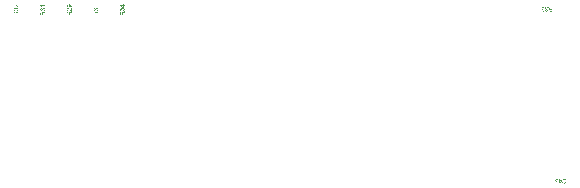
<source format=gbr>
%TF.GenerationSoftware,Altium Limited,Altium Designer,21.1.1 (26)*%
G04 Layer_Color=32768*
%FSLAX45Y45*%
%MOMM*%
%TF.SameCoordinates,E9E44C67-710E-4D47-B277-6F884E921ACF*%
%TF.FilePolarity,Positive*%
%TF.FileFunction,Other,Top_Designator*%
%TF.Part,Single*%
G01*
G75*
G36*
X4428508Y2784214D02*
X4437700D01*
Y2779508D01*
X4428508D01*
Y2762841D01*
X4424189D01*
X4399383Y2780393D01*
Y2784214D01*
X4424189D01*
Y2789419D01*
X4428508D01*
Y2784214D01*
D02*
G37*
G36*
X4427235Y2759740D02*
X4427678Y2759684D01*
X4428176Y2759574D01*
X4428730Y2759463D01*
X4429339Y2759352D01*
X4430668Y2758909D01*
X4431388Y2758577D01*
X4432052Y2758245D01*
X4432772Y2757802D01*
X4433492Y2757303D01*
X4434212Y2756750D01*
X4434876Y2756085D01*
X4434931Y2756030D01*
X4435042Y2755919D01*
X4435208Y2755698D01*
X4435430Y2755421D01*
X4435707Y2755088D01*
X4435984Y2754645D01*
X4436316Y2754147D01*
X4436593Y2753538D01*
X4436925Y2752929D01*
X4437257Y2752209D01*
X4437534Y2751489D01*
X4437811Y2750659D01*
X4438032Y2749773D01*
X4438198Y2748831D01*
X4438309Y2747890D01*
X4438365Y2746838D01*
Y2746340D01*
X4438309Y2746007D01*
X4438254Y2745564D01*
X4438198Y2745066D01*
X4438088Y2744512D01*
X4437977Y2743903D01*
X4437645Y2742574D01*
X4437091Y2741190D01*
X4436759Y2740470D01*
X4436371Y2739806D01*
X4435873Y2739141D01*
X4435374Y2738477D01*
X4435319Y2738421D01*
X4435208Y2738311D01*
X4435042Y2738145D01*
X4434821Y2737979D01*
X4434544Y2737702D01*
X4434156Y2737425D01*
X4433769Y2737093D01*
X4433270Y2736760D01*
X4432717Y2736428D01*
X4432163Y2736096D01*
X4430834Y2735487D01*
X4429283Y2734988D01*
X4428453Y2734822D01*
X4427567Y2734712D01*
X4426958Y2739418D01*
X4427013D01*
X4427124Y2739474D01*
X4427345Y2739529D01*
X4427622Y2739584D01*
X4427955Y2739640D01*
X4428342Y2739750D01*
X4429173Y2740027D01*
X4430169Y2740415D01*
X4431111Y2740913D01*
X4431997Y2741467D01*
X4432772Y2742131D01*
X4432827Y2742242D01*
X4433049Y2742464D01*
X4433326Y2742907D01*
X4433603Y2743460D01*
X4433935Y2744125D01*
X4434212Y2744955D01*
X4434433Y2745897D01*
X4434488Y2746893D01*
Y2747226D01*
X4434433Y2747447D01*
X4434378Y2748056D01*
X4434212Y2748831D01*
X4433935Y2749717D01*
X4433547Y2750659D01*
X4432993Y2751600D01*
X4432218Y2752486D01*
X4432107Y2752597D01*
X4431775Y2752874D01*
X4431277Y2753206D01*
X4430612Y2753649D01*
X4429782Y2754092D01*
X4428841Y2754424D01*
X4427733Y2754701D01*
X4426515Y2754812D01*
X4426460D01*
X4426349D01*
X4426183D01*
X4425961Y2754756D01*
X4425352Y2754701D01*
X4424632Y2754535D01*
X4423746Y2754313D01*
X4422860Y2753926D01*
X4421974Y2753372D01*
X4421144Y2752652D01*
X4421033Y2752541D01*
X4420812Y2752264D01*
X4420479Y2751822D01*
X4420092Y2751212D01*
X4419704Y2750437D01*
X4419372Y2749496D01*
X4419150Y2748444D01*
X4419040Y2747281D01*
Y2746783D01*
X4419095Y2746395D01*
X4419150Y2745897D01*
X4419261Y2745343D01*
X4419372Y2744679D01*
X4419538Y2743959D01*
X4415385Y2744512D01*
Y2744789D01*
X4415440Y2745011D01*
Y2745731D01*
X4415330Y2746340D01*
X4415219Y2747060D01*
X4415053Y2747890D01*
X4414776Y2748831D01*
X4414388Y2749717D01*
X4413890Y2750659D01*
Y2750714D01*
X4413835Y2750769D01*
X4413613Y2751046D01*
X4413226Y2751434D01*
X4412727Y2751877D01*
X4412007Y2752320D01*
X4411177Y2752707D01*
X4410236Y2752984D01*
X4409682Y2753095D01*
X4409073D01*
X4409017D01*
X4408962D01*
X4408630D01*
X4408187Y2752984D01*
X4407578Y2752874D01*
X4406913Y2752652D01*
X4406193Y2752375D01*
X4405474Y2751932D01*
X4404809Y2751323D01*
X4404754Y2751268D01*
X4404532Y2750991D01*
X4404255Y2750603D01*
X4403923Y2750105D01*
X4403646Y2749441D01*
X4403369Y2748665D01*
X4403148Y2747779D01*
X4403093Y2746783D01*
Y2746340D01*
X4403203Y2745841D01*
X4403314Y2745177D01*
X4403536Y2744457D01*
X4403812Y2743737D01*
X4404255Y2742962D01*
X4404809Y2742242D01*
X4404864Y2742187D01*
X4405141Y2741965D01*
X4405529Y2741633D01*
X4406083Y2741245D01*
X4406802Y2740858D01*
X4407688Y2740470D01*
X4408740Y2740138D01*
X4409959Y2739917D01*
X4409128Y2735210D01*
X4409073D01*
X4408907Y2735265D01*
X4408685Y2735321D01*
X4408353Y2735376D01*
X4407965Y2735487D01*
X4407522Y2735653D01*
X4406470Y2735985D01*
X4405252Y2736539D01*
X4404034Y2737203D01*
X4402871Y2738034D01*
X4401819Y2739086D01*
X4401764Y2739141D01*
X4401708Y2739252D01*
X4401597Y2739418D01*
X4401431Y2739640D01*
X4401210Y2739917D01*
X4400988Y2740304D01*
X4400767Y2740692D01*
X4400490Y2741190D01*
X4400047Y2742298D01*
X4399604Y2743571D01*
X4399327Y2745066D01*
X4399216Y2745841D01*
Y2747226D01*
X4399272Y2747835D01*
X4399383Y2748555D01*
X4399549Y2749441D01*
X4399826Y2750437D01*
X4400158Y2751434D01*
X4400601Y2752431D01*
Y2752486D01*
X4400656Y2752541D01*
X4400822Y2752874D01*
X4401155Y2753372D01*
X4401542Y2753926D01*
X4402096Y2754590D01*
X4402705Y2755255D01*
X4403425Y2755919D01*
X4404255Y2756473D01*
X4404366Y2756528D01*
X4404643Y2756694D01*
X4405141Y2756916D01*
X4405750Y2757193D01*
X4406470Y2757469D01*
X4407301Y2757691D01*
X4408242Y2757857D01*
X4409183Y2757912D01*
X4409294D01*
X4409626D01*
X4410069Y2757857D01*
X4410679Y2757746D01*
X4411398Y2757580D01*
X4412174Y2757303D01*
X4412949Y2756971D01*
X4413724Y2756528D01*
X4413835Y2756473D01*
X4414056Y2756307D01*
X4414444Y2755974D01*
X4414887Y2755531D01*
X4415385Y2754978D01*
X4415939Y2754313D01*
X4416437Y2753538D01*
X4416936Y2752597D01*
Y2752652D01*
X4416991Y2752763D01*
X4417046Y2752929D01*
X4417102Y2753150D01*
X4417323Y2753760D01*
X4417655Y2754535D01*
X4418098Y2755421D01*
X4418652Y2756307D01*
X4419372Y2757137D01*
X4420202Y2757912D01*
X4420313Y2757968D01*
X4420645Y2758189D01*
X4421199Y2758522D01*
X4421919Y2758854D01*
X4422805Y2759186D01*
X4423857Y2759518D01*
X4425075Y2759740D01*
X4426404Y2759795D01*
X4426460D01*
X4426626D01*
X4426902D01*
X4427235Y2759740D01*
D02*
G37*
G36*
X4437700Y2725354D02*
X4429726Y2720315D01*
X4429671D01*
X4429560Y2720204D01*
X4429394Y2720093D01*
X4429173Y2719927D01*
X4428564Y2719540D01*
X4427788Y2719041D01*
X4426958Y2718432D01*
X4426072Y2717823D01*
X4425241Y2717214D01*
X4424466Y2716660D01*
X4424411Y2716605D01*
X4424189Y2716439D01*
X4423857Y2716162D01*
X4423469Y2715774D01*
X4422639Y2714944D01*
X4422251Y2714501D01*
X4421919Y2714058D01*
X4421864Y2714002D01*
X4421808Y2713892D01*
X4421698Y2713670D01*
X4421531Y2713338D01*
X4421365Y2713006D01*
X4421199Y2712618D01*
X4420922Y2711732D01*
Y2711677D01*
X4420867Y2711566D01*
Y2711345D01*
X4420812Y2711068D01*
X4420756Y2710680D01*
Y2710237D01*
X4420701Y2709628D01*
Y2703094D01*
X4437700D01*
Y2698000D01*
X4399383D01*
Y2715774D01*
X4399438Y2716217D01*
Y2716716D01*
X4399493Y2717878D01*
X4399659Y2719097D01*
X4399826Y2720426D01*
X4400102Y2721644D01*
X4400269Y2722253D01*
X4400435Y2722751D01*
Y2722807D01*
X4400490Y2722862D01*
X4400656Y2723194D01*
X4400878Y2723693D01*
X4401265Y2724302D01*
X4401764Y2724966D01*
X4402428Y2725686D01*
X4403203Y2726350D01*
X4404089Y2727015D01*
X4404145D01*
X4404200Y2727070D01*
X4404532Y2727292D01*
X4405086Y2727513D01*
X4405806Y2727845D01*
X4406636Y2728122D01*
X4407633Y2728399D01*
X4408685Y2728565D01*
X4409848Y2728621D01*
X4409903D01*
X4410014D01*
X4410236D01*
X4410512Y2728565D01*
X4410900D01*
X4411288Y2728510D01*
X4412229Y2728288D01*
X4413336Y2727956D01*
X4414499Y2727513D01*
X4415662Y2726849D01*
X4416216Y2726406D01*
X4416769Y2725963D01*
X4416825Y2725907D01*
X4416880Y2725852D01*
X4417046Y2725686D01*
X4417212Y2725464D01*
X4417434Y2725188D01*
X4417655Y2724855D01*
X4417932Y2724412D01*
X4418264Y2723969D01*
X4418541Y2723416D01*
X4418818Y2722807D01*
X4419150Y2722142D01*
X4419427Y2721422D01*
X4419649Y2720592D01*
X4419926Y2719761D01*
X4420092Y2718820D01*
X4420258Y2717823D01*
X4420313Y2717934D01*
X4420424Y2718155D01*
X4420645Y2718488D01*
X4420867Y2718931D01*
X4421476Y2719927D01*
X4421864Y2720426D01*
X4422196Y2720869D01*
X4422307Y2720979D01*
X4422583Y2721256D01*
X4423026Y2721699D01*
X4423580Y2722253D01*
X4424355Y2722862D01*
X4425186Y2723582D01*
X4426183Y2724302D01*
X4427290Y2725077D01*
X4437700Y2731666D01*
Y2725354D01*
D02*
G37*
G36*
X8097652Y1313309D02*
X8098095Y1313254D01*
X8098593Y1313198D01*
X8099147Y1313088D01*
X8099756Y1312977D01*
X8101085Y1312645D01*
X8102469Y1312091D01*
X8103189Y1311759D01*
X8103853Y1311371D01*
X8104518Y1310873D01*
X8105182Y1310374D01*
X8105238Y1310319D01*
X8105349Y1310208D01*
X8105515Y1310042D01*
X8105681Y1309821D01*
X8105958Y1309544D01*
X8106234Y1309156D01*
X8106567Y1308769D01*
X8106899Y1308270D01*
X8107231Y1307716D01*
X8107563Y1307163D01*
X8108173Y1305834D01*
X8108671Y1304283D01*
X8108837Y1303453D01*
X8108948Y1302567D01*
X8104241Y1301958D01*
Y1302013D01*
X8104186Y1302124D01*
X8104130Y1302345D01*
X8104075Y1302622D01*
X8104020Y1302954D01*
X8103909Y1303342D01*
X8103632Y1304173D01*
X8103244Y1305169D01*
X8102746Y1306111D01*
X8102192Y1306997D01*
X8101528Y1307772D01*
X8101417Y1307827D01*
X8101196Y1308049D01*
X8100753Y1308326D01*
X8100199Y1308602D01*
X8099534Y1308935D01*
X8098704Y1309212D01*
X8097763Y1309433D01*
X8096766Y1309488D01*
X8096434D01*
X8096212Y1309433D01*
X8095603Y1309378D01*
X8094828Y1309212D01*
X8093942Y1308935D01*
X8093001Y1308547D01*
X8092059Y1307993D01*
X8091173Y1307218D01*
X8091063Y1307107D01*
X8090786Y1306775D01*
X8090453Y1306277D01*
X8090010Y1305612D01*
X8089568Y1304782D01*
X8089235Y1303840D01*
X8088958Y1302733D01*
X8088848Y1301515D01*
Y1301459D01*
Y1301349D01*
Y1301183D01*
X8088903Y1300961D01*
X8088958Y1300352D01*
X8089125Y1299632D01*
X8089346Y1298746D01*
X8089734Y1297860D01*
X8090287Y1296974D01*
X8091007Y1296144D01*
X8091118Y1296033D01*
X8091395Y1295811D01*
X8091838Y1295479D01*
X8092447Y1295092D01*
X8093222Y1294704D01*
X8094163Y1294372D01*
X8095215Y1294150D01*
X8096378Y1294040D01*
X8096877D01*
X8097264Y1294095D01*
X8097763Y1294150D01*
X8098316Y1294261D01*
X8098981Y1294372D01*
X8099701Y1294538D01*
X8099147Y1290385D01*
X8098870D01*
X8098649Y1290440D01*
X8097929D01*
X8097320Y1290330D01*
X8096600Y1290219D01*
X8095769Y1290053D01*
X8094828Y1289776D01*
X8093942Y1289388D01*
X8093001Y1288890D01*
X8092945D01*
X8092890Y1288835D01*
X8092613Y1288613D01*
X8092225Y1288226D01*
X8091782Y1287727D01*
X8091339Y1287007D01*
X8090952Y1286177D01*
X8090675Y1285235D01*
X8090564Y1284682D01*
Y1284073D01*
Y1284017D01*
Y1283962D01*
Y1283630D01*
X8090675Y1283187D01*
X8090786Y1282578D01*
X8091007Y1281913D01*
X8091284Y1281193D01*
X8091727Y1280473D01*
X8092336Y1279809D01*
X8092391Y1279754D01*
X8092668Y1279532D01*
X8093056Y1279255D01*
X8093554Y1278923D01*
X8094219Y1278646D01*
X8094994Y1278369D01*
X8095880Y1278148D01*
X8096877Y1278092D01*
X8097320D01*
X8097818Y1278203D01*
X8098482Y1278314D01*
X8099202Y1278535D01*
X8099922Y1278812D01*
X8100697Y1279255D01*
X8101417Y1279809D01*
X8101472Y1279864D01*
X8101694Y1280141D01*
X8102026Y1280529D01*
X8102414Y1281083D01*
X8102801Y1281802D01*
X8103189Y1282688D01*
X8103521Y1283740D01*
X8103743Y1284959D01*
X8108449Y1284128D01*
Y1284073D01*
X8108394Y1283906D01*
X8108339Y1283685D01*
X8108283Y1283353D01*
X8108173Y1282965D01*
X8108006Y1282522D01*
X8107674Y1281470D01*
X8107120Y1280252D01*
X8106456Y1279034D01*
X8105625Y1277871D01*
X8104573Y1276819D01*
X8104518Y1276764D01*
X8104407Y1276708D01*
X8104241Y1276597D01*
X8104020Y1276431D01*
X8103743Y1276210D01*
X8103355Y1275988D01*
X8102968Y1275767D01*
X8102469Y1275490D01*
X8101362Y1275047D01*
X8100088Y1274604D01*
X8098593Y1274327D01*
X8097818Y1274216D01*
X8096434D01*
X8095825Y1274272D01*
X8095105Y1274383D01*
X8094219Y1274549D01*
X8093222Y1274825D01*
X8092225Y1275158D01*
X8091229Y1275601D01*
X8091173D01*
X8091118Y1275656D01*
X8090786Y1275822D01*
X8090287Y1276154D01*
X8089734Y1276542D01*
X8089069Y1277096D01*
X8088405Y1277705D01*
X8087740Y1278425D01*
X8087187Y1279255D01*
X8087131Y1279366D01*
X8086965Y1279643D01*
X8086744Y1280141D01*
X8086467Y1280750D01*
X8086190Y1281470D01*
X8085968Y1282301D01*
X8085802Y1283242D01*
X8085747Y1284183D01*
Y1284294D01*
Y1284626D01*
X8085802Y1285069D01*
X8085913Y1285678D01*
X8086079Y1286398D01*
X8086356Y1287173D01*
X8086688Y1287949D01*
X8087131Y1288724D01*
X8087187Y1288835D01*
X8087353Y1289056D01*
X8087685Y1289444D01*
X8088128Y1289887D01*
X8088682Y1290385D01*
X8089346Y1290939D01*
X8090121Y1291437D01*
X8091063Y1291935D01*
X8091007D01*
X8090896Y1291991D01*
X8090730Y1292046D01*
X8090509Y1292102D01*
X8089900Y1292323D01*
X8089125Y1292655D01*
X8088239Y1293098D01*
X8087353Y1293652D01*
X8086522Y1294372D01*
X8085747Y1295202D01*
X8085691Y1295313D01*
X8085470Y1295645D01*
X8085138Y1296199D01*
X8084806Y1296919D01*
X8084473Y1297805D01*
X8084141Y1298857D01*
X8083920Y1300075D01*
X8083864Y1301404D01*
Y1301459D01*
Y1301626D01*
Y1301902D01*
X8083920Y1302235D01*
X8083975Y1302678D01*
X8084086Y1303176D01*
X8084196Y1303730D01*
X8084307Y1304339D01*
X8084750Y1305668D01*
X8085082Y1306388D01*
X8085415Y1307052D01*
X8085858Y1307772D01*
X8086356Y1308492D01*
X8086910Y1309212D01*
X8087574Y1309876D01*
X8087629Y1309931D01*
X8087740Y1310042D01*
X8087962Y1310208D01*
X8088239Y1310430D01*
X8088571Y1310707D01*
X8089014Y1310983D01*
X8089512Y1311316D01*
X8090121Y1311593D01*
X8090730Y1311925D01*
X8091450Y1312257D01*
X8092170Y1312534D01*
X8093001Y1312811D01*
X8093887Y1313032D01*
X8094828Y1313198D01*
X8095769Y1313309D01*
X8096821Y1313364D01*
X8097320D01*
X8097652Y1313309D01*
D02*
G37*
G36*
X8160056D02*
X8160554D01*
X8161164Y1313254D01*
X8161828Y1313143D01*
X8162603Y1313032D01*
X8164209Y1312755D01*
X8165870Y1312312D01*
X8167531Y1311703D01*
X8168306Y1311316D01*
X8169082Y1310873D01*
X8169137Y1310817D01*
X8169248Y1310762D01*
X8169469Y1310596D01*
X8169691Y1310374D01*
X8170023Y1310153D01*
X8170411Y1309821D01*
X8170854Y1309433D01*
X8171297Y1308990D01*
X8171740Y1308492D01*
X8172238Y1307993D01*
X8173235Y1306720D01*
X8174176Y1305225D01*
X8175007Y1303564D01*
Y1303508D01*
X8175117Y1303342D01*
X8175173Y1303065D01*
X8175339Y1302733D01*
X8175449Y1302290D01*
X8175616Y1301736D01*
X8175837Y1301127D01*
X8176003Y1300463D01*
X8176169Y1299743D01*
X8176391Y1298912D01*
X8176668Y1297196D01*
X8176889Y1295258D01*
X8177000Y1293264D01*
Y1293209D01*
Y1292988D01*
Y1292655D01*
X8176945Y1292268D01*
Y1291714D01*
X8176889Y1291160D01*
X8176834Y1290440D01*
X8176723Y1289721D01*
X8176446Y1288115D01*
X8176059Y1286343D01*
X8175505Y1284571D01*
X8174730Y1282854D01*
X8174674Y1282799D01*
X8174619Y1282633D01*
X8174508Y1282411D01*
X8174287Y1282135D01*
X8174065Y1281747D01*
X8173788Y1281304D01*
X8173068Y1280307D01*
X8172127Y1279200D01*
X8171020Y1278092D01*
X8169746Y1276985D01*
X8168251Y1276044D01*
X8168196Y1275988D01*
X8168030Y1275933D01*
X8167808Y1275822D01*
X8167531Y1275656D01*
X8167088Y1275490D01*
X8166645Y1275324D01*
X8166092Y1275102D01*
X8165483Y1274881D01*
X8164818Y1274659D01*
X8164098Y1274438D01*
X8162548Y1274106D01*
X8160776Y1273829D01*
X8158949Y1273718D01*
X8158395D01*
X8158007Y1273773D01*
X8157509Y1273829D01*
X8156900Y1273884D01*
X8156291Y1273940D01*
X8155571Y1274106D01*
X8154076Y1274438D01*
X8152415Y1274936D01*
X8151584Y1275268D01*
X8150809Y1275656D01*
X8150034Y1276154D01*
X8149259Y1276653D01*
X8149203Y1276708D01*
X8149092Y1276764D01*
X8148871Y1276930D01*
X8148594Y1277206D01*
X8148317Y1277483D01*
X8147930Y1277871D01*
X8147542Y1278314D01*
X8147099Y1278757D01*
X8146656Y1279311D01*
X8146213Y1279975D01*
X8145715Y1280640D01*
X8145272Y1281359D01*
X8144884Y1282190D01*
X8144441Y1283021D01*
X8144109Y1283906D01*
X8143777Y1284903D01*
X8148760Y1286066D01*
Y1286011D01*
X8148816Y1285900D01*
X8148926Y1285678D01*
X8149037Y1285402D01*
X8149148Y1285069D01*
X8149314Y1284626D01*
X8149757Y1283740D01*
X8150311Y1282744D01*
X8150975Y1281747D01*
X8151806Y1280806D01*
X8152692Y1279975D01*
X8152802Y1279864D01*
X8153135Y1279643D01*
X8153688Y1279366D01*
X8154408Y1278978D01*
X8155349Y1278646D01*
X8156402Y1278314D01*
X8157675Y1278092D01*
X8159059Y1278037D01*
X8159502D01*
X8159779Y1278092D01*
X8160167D01*
X8160610Y1278148D01*
X8161662Y1278314D01*
X8162825Y1278535D01*
X8164043Y1278923D01*
X8165316Y1279477D01*
X8166479Y1280197D01*
X8166535D01*
X8166590Y1280307D01*
X8166978Y1280584D01*
X8167476Y1281027D01*
X8168085Y1281692D01*
X8168805Y1282522D01*
X8169469Y1283464D01*
X8170078Y1284626D01*
X8170632Y1285900D01*
Y1285955D01*
X8170687Y1286066D01*
X8170743Y1286232D01*
X8170798Y1286509D01*
X8170909Y1286841D01*
X8171020Y1287229D01*
X8171186Y1288170D01*
X8171407Y1289278D01*
X8171629Y1290496D01*
X8171740Y1291825D01*
X8171795Y1293264D01*
Y1293320D01*
Y1293486D01*
Y1293763D01*
Y1294095D01*
X8171740Y1294483D01*
Y1294981D01*
X8171684Y1295535D01*
X8171629Y1296144D01*
X8171463Y1297473D01*
X8171186Y1298912D01*
X8170854Y1300352D01*
X8170411Y1301792D01*
Y1301847D01*
X8170355Y1301958D01*
X8170245Y1302124D01*
X8170134Y1302401D01*
X8169802Y1303065D01*
X8169303Y1303840D01*
X8168694Y1304726D01*
X8167919Y1305668D01*
X8167033Y1306498D01*
X8165981Y1307273D01*
X8165926D01*
X8165815Y1307329D01*
X8165649Y1307440D01*
X8165427Y1307550D01*
X8165150Y1307661D01*
X8164818Y1307827D01*
X8164043Y1308159D01*
X8163046Y1308492D01*
X8161939Y1308769D01*
X8160721Y1308990D01*
X8159447Y1309045D01*
X8159059D01*
X8158727Y1308990D01*
X8158340D01*
X8157952Y1308935D01*
X8156955Y1308713D01*
X8155792Y1308436D01*
X8154630Y1307993D01*
X8153411Y1307384D01*
X8152802Y1307052D01*
X8152249Y1306609D01*
X8152193Y1306554D01*
X8152138Y1306498D01*
X8151972Y1306332D01*
X8151750Y1306166D01*
X8151529Y1305889D01*
X8151252Y1305557D01*
X8150920Y1305225D01*
X8150643Y1304782D01*
X8150311Y1304283D01*
X8149923Y1303730D01*
X8149591Y1303176D01*
X8149259Y1302511D01*
X8148982Y1301792D01*
X8148705Y1301016D01*
X8148428Y1300186D01*
X8148206Y1299300D01*
X8143112Y1300573D01*
Y1300629D01*
X8143168Y1300850D01*
X8143278Y1301183D01*
X8143444Y1301626D01*
X8143611Y1302124D01*
X8143832Y1302733D01*
X8144109Y1303397D01*
X8144441Y1304117D01*
X8145216Y1305668D01*
X8146213Y1307218D01*
X8146822Y1307993D01*
X8147431Y1308769D01*
X8148096Y1309433D01*
X8148871Y1310097D01*
X8148926Y1310153D01*
X8149037Y1310264D01*
X8149314Y1310374D01*
X8149591Y1310596D01*
X8150034Y1310873D01*
X8150477Y1311150D01*
X8151086Y1311426D01*
X8151695Y1311703D01*
X8152415Y1312035D01*
X8153190Y1312312D01*
X8154021Y1312589D01*
X8154906Y1312866D01*
X8155848Y1313088D01*
X8156844Y1313198D01*
X8157897Y1313309D01*
X8159004Y1313364D01*
X8159613D01*
X8160056Y1313309D01*
D02*
G37*
G36*
X8123732Y1303508D02*
X8140399D01*
Y1299189D01*
X8122846Y1274383D01*
X8119025D01*
Y1299189D01*
X8113820D01*
Y1303508D01*
X8119025D01*
Y1312700D01*
X8123732D01*
Y1303508D01*
D02*
G37*
G36*
X8011412Y2768409D02*
X8011855Y2768354D01*
X8012354Y2768298D01*
X8012908Y2768188D01*
X8013517Y2768077D01*
X8014846Y2767745D01*
X8016230Y2767191D01*
X8016950Y2766859D01*
X8017614Y2766471D01*
X8018279Y2765973D01*
X8018943Y2765474D01*
X8018998Y2765419D01*
X8019109Y2765308D01*
X8019275Y2765142D01*
X8019441Y2764921D01*
X8019718Y2764644D01*
X8019995Y2764256D01*
X8020327Y2763868D01*
X8020660Y2763370D01*
X8020992Y2762816D01*
X8021324Y2762263D01*
X8021933Y2760934D01*
X8022432Y2759383D01*
X8022598Y2758553D01*
X8022708Y2757667D01*
X8018002Y2757058D01*
Y2757113D01*
X8017946Y2757224D01*
X8017891Y2757445D01*
X8017836Y2757722D01*
X8017780Y2758054D01*
X8017670Y2758442D01*
X8017393Y2759273D01*
X8017005Y2760269D01*
X8016507Y2761211D01*
X8015953Y2762097D01*
X8015289Y2762872D01*
X8015178Y2762927D01*
X8014956Y2763149D01*
X8014513Y2763426D01*
X8013960Y2763702D01*
X8013295Y2764035D01*
X8012465Y2764311D01*
X8011523Y2764533D01*
X8010527Y2764588D01*
X8010194D01*
X8009973Y2764533D01*
X8009364Y2764478D01*
X8008589Y2764311D01*
X8007703Y2764035D01*
X8006761Y2763647D01*
X8005820Y2763093D01*
X8004934Y2762318D01*
X8004823Y2762207D01*
X8004546Y2761875D01*
X8004214Y2761377D01*
X8003771Y2760712D01*
X8003328Y2759882D01*
X8002996Y2758940D01*
X8002719Y2757833D01*
X8002608Y2756615D01*
Y2756559D01*
Y2756449D01*
Y2756283D01*
X8002664Y2756061D01*
X8002719Y2755452D01*
X8002885Y2754732D01*
X8003107Y2753846D01*
X8003494Y2752960D01*
X8004048Y2752074D01*
X8004768Y2751244D01*
X8004879Y2751133D01*
X8005155Y2750911D01*
X8005598Y2750579D01*
X8006208Y2750192D01*
X8006983Y2749804D01*
X8007924Y2749472D01*
X8008976Y2749250D01*
X8010139Y2749140D01*
X8010637D01*
X8011025Y2749195D01*
X8011523Y2749250D01*
X8012077Y2749361D01*
X8012741Y2749472D01*
X8013461Y2749638D01*
X8012908Y2745485D01*
X8012631D01*
X8012409Y2745540D01*
X8011689D01*
X8011080Y2745430D01*
X8010360Y2745319D01*
X8009530Y2745153D01*
X8008589Y2744876D01*
X8007703Y2744488D01*
X8006761Y2743990D01*
X8006706D01*
X8006650Y2743935D01*
X8006374Y2743713D01*
X8005986Y2743325D01*
X8005543Y2742827D01*
X8005100Y2742107D01*
X8004712Y2741277D01*
X8004436Y2740335D01*
X8004325Y2739782D01*
Y2739173D01*
Y2739117D01*
Y2739062D01*
Y2738730D01*
X8004436Y2738287D01*
X8004546Y2737678D01*
X8004768Y2737013D01*
X8005045Y2736293D01*
X8005488Y2735573D01*
X8006097Y2734909D01*
X8006152Y2734854D01*
X8006429Y2734632D01*
X8006817Y2734355D01*
X8007315Y2734023D01*
X8007979Y2733746D01*
X8008755Y2733469D01*
X8009641Y2733248D01*
X8010637Y2733192D01*
X8011080D01*
X8011579Y2733303D01*
X8012243Y2733414D01*
X8012963Y2733635D01*
X8013683Y2733912D01*
X8014458Y2734355D01*
X8015178Y2734909D01*
X8015233Y2734964D01*
X8015455Y2735241D01*
X8015787Y2735629D01*
X8016174Y2736182D01*
X8016562Y2736902D01*
X8016950Y2737788D01*
X8017282Y2738840D01*
X8017503Y2740059D01*
X8022210Y2739228D01*
Y2739173D01*
X8022155Y2739006D01*
X8022099Y2738785D01*
X8022044Y2738453D01*
X8021933Y2738065D01*
X8021767Y2737622D01*
X8021435Y2736570D01*
X8020881Y2735352D01*
X8020217Y2734134D01*
X8019386Y2732971D01*
X8018334Y2731919D01*
X8018279Y2731863D01*
X8018168Y2731808D01*
X8018002Y2731697D01*
X8017780Y2731531D01*
X8017503Y2731310D01*
X8017116Y2731088D01*
X8016728Y2730867D01*
X8016230Y2730590D01*
X8015122Y2730147D01*
X8013849Y2729704D01*
X8012354Y2729427D01*
X8011579Y2729316D01*
X8010194D01*
X8009585Y2729372D01*
X8008865Y2729482D01*
X8007979Y2729649D01*
X8006983Y2729925D01*
X8005986Y2730258D01*
X8004989Y2730701D01*
X8004934D01*
X8004879Y2730756D01*
X8004546Y2730922D01*
X8004048Y2731254D01*
X8003494Y2731642D01*
X8002830Y2732196D01*
X8002165Y2732805D01*
X8001501Y2733525D01*
X8000947Y2734355D01*
X8000892Y2734466D01*
X8000726Y2734743D01*
X8000504Y2735241D01*
X8000227Y2735850D01*
X7999950Y2736570D01*
X7999729Y2737401D01*
X7999563Y2738342D01*
X7999507Y2739283D01*
Y2739394D01*
Y2739726D01*
X7999563Y2740169D01*
X7999674Y2740778D01*
X7999840Y2741498D01*
X8000117Y2742273D01*
X8000449Y2743049D01*
X8000892Y2743824D01*
X8000947Y2743935D01*
X8001113Y2744156D01*
X8001446Y2744544D01*
X8001888Y2744987D01*
X8002442Y2745485D01*
X8003107Y2746039D01*
X8003882Y2746537D01*
X8004823Y2747035D01*
X8004768D01*
X8004657Y2747091D01*
X8004491Y2747146D01*
X8004269Y2747202D01*
X8003660Y2747423D01*
X8002885Y2747755D01*
X8001999Y2748198D01*
X8001113Y2748752D01*
X8000283Y2749472D01*
X7999507Y2750302D01*
X7999452Y2750413D01*
X7999231Y2750745D01*
X7998898Y2751299D01*
X7998566Y2752019D01*
X7998234Y2752905D01*
X7997902Y2753957D01*
X7997680Y2755175D01*
X7997625Y2756504D01*
Y2756559D01*
Y2756725D01*
Y2757002D01*
X7997680Y2757335D01*
X7997736Y2757778D01*
X7997846Y2758276D01*
X7997957Y2758830D01*
X7998068Y2759439D01*
X7998511Y2760768D01*
X7998843Y2761487D01*
X7999175Y2762152D01*
X7999618Y2762872D01*
X8000117Y2763592D01*
X8000670Y2764311D01*
X8001335Y2764976D01*
X8001390Y2765031D01*
X8001501Y2765142D01*
X8001722Y2765308D01*
X8001999Y2765530D01*
X8002331Y2765807D01*
X8002774Y2766083D01*
X8003273Y2766416D01*
X8003882Y2766692D01*
X8004491Y2767025D01*
X8005211Y2767357D01*
X8005931Y2767634D01*
X8006761Y2767911D01*
X8007647Y2768132D01*
X8008589Y2768298D01*
X8009530Y2768409D01*
X8010582Y2768464D01*
X8011080D01*
X8011412Y2768409D01*
D02*
G37*
G36*
X7981622D02*
X7982065Y2768354D01*
X7982564Y2768298D01*
X7983117Y2768188D01*
X7983726Y2768077D01*
X7985055Y2767745D01*
X7986440Y2767191D01*
X7987160Y2766859D01*
X7987824Y2766471D01*
X7988488Y2765973D01*
X7989153Y2765474D01*
X7989208Y2765419D01*
X7989319Y2765308D01*
X7989485Y2765142D01*
X7989651Y2764921D01*
X7989928Y2764644D01*
X7990205Y2764256D01*
X7990537Y2763868D01*
X7990869Y2763370D01*
X7991202Y2762816D01*
X7991534Y2762263D01*
X7992143Y2760934D01*
X7992641Y2759383D01*
X7992807Y2758553D01*
X7992918Y2757667D01*
X7988212Y2757058D01*
Y2757113D01*
X7988156Y2757224D01*
X7988101Y2757445D01*
X7988045Y2757722D01*
X7987990Y2758054D01*
X7987879Y2758442D01*
X7987603Y2759273D01*
X7987215Y2760269D01*
X7986717Y2761211D01*
X7986163Y2762097D01*
X7985498Y2762872D01*
X7985388Y2762927D01*
X7985166Y2763149D01*
X7984723Y2763426D01*
X7984169Y2763702D01*
X7983505Y2764035D01*
X7982674Y2764311D01*
X7981733Y2764533D01*
X7980736Y2764588D01*
X7980404D01*
X7980183Y2764533D01*
X7979574Y2764478D01*
X7978798Y2764311D01*
X7977912Y2764035D01*
X7976971Y2763647D01*
X7976030Y2763093D01*
X7975144Y2762318D01*
X7975033Y2762207D01*
X7974756Y2761875D01*
X7974424Y2761377D01*
X7973981Y2760712D01*
X7973538Y2759882D01*
X7973206Y2758940D01*
X7972929Y2757833D01*
X7972818Y2756615D01*
Y2756559D01*
Y2756449D01*
Y2756283D01*
X7972874Y2756061D01*
X7972929Y2755452D01*
X7973095Y2754732D01*
X7973317Y2753846D01*
X7973704Y2752960D01*
X7974258Y2752074D01*
X7974978Y2751244D01*
X7975088Y2751133D01*
X7975365Y2750911D01*
X7975808Y2750579D01*
X7976417Y2750192D01*
X7977193Y2749804D01*
X7978134Y2749472D01*
X7979186Y2749250D01*
X7980349Y2749140D01*
X7980847D01*
X7981235Y2749195D01*
X7981733Y2749250D01*
X7982287Y2749361D01*
X7982951Y2749472D01*
X7983671Y2749638D01*
X7983117Y2745485D01*
X7982841D01*
X7982619Y2745540D01*
X7981899D01*
X7981290Y2745430D01*
X7980570Y2745319D01*
X7979740Y2745153D01*
X7978798Y2744876D01*
X7977912Y2744488D01*
X7976971Y2743990D01*
X7976916D01*
X7976860Y2743935D01*
X7976583Y2743713D01*
X7976196Y2743325D01*
X7975753Y2742827D01*
X7975310Y2742107D01*
X7974922Y2741277D01*
X7974645Y2740335D01*
X7974535Y2739782D01*
Y2739173D01*
Y2739117D01*
Y2739062D01*
Y2738730D01*
X7974645Y2738287D01*
X7974756Y2737678D01*
X7974978Y2737013D01*
X7975255Y2736293D01*
X7975698Y2735573D01*
X7976307Y2734909D01*
X7976362Y2734854D01*
X7976639Y2734632D01*
X7977026Y2734355D01*
X7977525Y2734023D01*
X7978189Y2733746D01*
X7978964Y2733469D01*
X7979850Y2733248D01*
X7980847Y2733192D01*
X7981290D01*
X7981788Y2733303D01*
X7982453Y2733414D01*
X7983173Y2733635D01*
X7983893Y2733912D01*
X7984668Y2734355D01*
X7985388Y2734909D01*
X7985443Y2734964D01*
X7985664Y2735241D01*
X7985997Y2735629D01*
X7986384Y2736182D01*
X7986772Y2736902D01*
X7987160Y2737788D01*
X7987492Y2738840D01*
X7987713Y2740059D01*
X7992420Y2739228D01*
Y2739173D01*
X7992365Y2739006D01*
X7992309Y2738785D01*
X7992254Y2738453D01*
X7992143Y2738065D01*
X7991977Y2737622D01*
X7991645Y2736570D01*
X7991091Y2735352D01*
X7990426Y2734134D01*
X7989596Y2732971D01*
X7988544Y2731919D01*
X7988488Y2731863D01*
X7988378Y2731808D01*
X7988212Y2731697D01*
X7987990Y2731531D01*
X7987713Y2731310D01*
X7987326Y2731088D01*
X7986938Y2730867D01*
X7986440Y2730590D01*
X7985332Y2730147D01*
X7984059Y2729704D01*
X7982564Y2729427D01*
X7981788Y2729316D01*
X7980404D01*
X7979795Y2729372D01*
X7979075Y2729482D01*
X7978189Y2729649D01*
X7977193Y2729925D01*
X7976196Y2730258D01*
X7975199Y2730701D01*
X7975144D01*
X7975088Y2730756D01*
X7974756Y2730922D01*
X7974258Y2731254D01*
X7973704Y2731642D01*
X7973040Y2732196D01*
X7972375Y2732805D01*
X7971711Y2733525D01*
X7971157Y2734355D01*
X7971102Y2734466D01*
X7970936Y2734743D01*
X7970714Y2735241D01*
X7970437Y2735850D01*
X7970160Y2736570D01*
X7969939Y2737401D01*
X7969773Y2738342D01*
X7969717Y2739283D01*
Y2739394D01*
Y2739726D01*
X7969773Y2740169D01*
X7969883Y2740778D01*
X7970050Y2741498D01*
X7970326Y2742273D01*
X7970659Y2743049D01*
X7971102Y2743824D01*
X7971157Y2743935D01*
X7971323Y2744156D01*
X7971655Y2744544D01*
X7972098Y2744987D01*
X7972652Y2745485D01*
X7973317Y2746039D01*
X7974092Y2746537D01*
X7975033Y2747035D01*
X7974978D01*
X7974867Y2747091D01*
X7974701Y2747146D01*
X7974479Y2747202D01*
X7973870Y2747423D01*
X7973095Y2747755D01*
X7972209Y2748198D01*
X7971323Y2748752D01*
X7970493Y2749472D01*
X7969717Y2750302D01*
X7969662Y2750413D01*
X7969440Y2750745D01*
X7969108Y2751299D01*
X7968776Y2752019D01*
X7968444Y2752905D01*
X7968112Y2753957D01*
X7967890Y2755175D01*
X7967835Y2756504D01*
Y2756559D01*
Y2756725D01*
Y2757002D01*
X7967890Y2757335D01*
X7967945Y2757778D01*
X7968056Y2758276D01*
X7968167Y2758830D01*
X7968278Y2759439D01*
X7968721Y2760768D01*
X7969053Y2761487D01*
X7969385Y2762152D01*
X7969828Y2762872D01*
X7970326Y2763592D01*
X7970880Y2764311D01*
X7971545Y2764976D01*
X7971600Y2765031D01*
X7971711Y2765142D01*
X7971932Y2765308D01*
X7972209Y2765530D01*
X7972541Y2765807D01*
X7972984Y2766083D01*
X7973483Y2766416D01*
X7974092Y2766692D01*
X7974701Y2767025D01*
X7975421Y2767357D01*
X7976141Y2767634D01*
X7976971Y2767911D01*
X7977857Y2768132D01*
X7978798Y2768298D01*
X7979740Y2768409D01*
X7980792Y2768464D01*
X7981290D01*
X7981622Y2768409D01*
D02*
G37*
G36*
X8059420Y2729482D02*
X8041646D01*
X8041203Y2729538D01*
X8040704D01*
X8039541Y2729593D01*
X8038323Y2729759D01*
X8036994Y2729925D01*
X8035776Y2730202D01*
X8035167Y2730368D01*
X8034669Y2730535D01*
X8034613D01*
X8034558Y2730590D01*
X8034226Y2730756D01*
X8033727Y2730978D01*
X8033118Y2731365D01*
X8032454Y2731863D01*
X8031734Y2732528D01*
X8031070Y2733303D01*
X8030405Y2734189D01*
Y2734244D01*
X8030350Y2734300D01*
X8030128Y2734632D01*
X8029907Y2735186D01*
X8029574Y2735906D01*
X8029298Y2736736D01*
X8029021Y2737733D01*
X8028855Y2738785D01*
X8028799Y2739948D01*
Y2740003D01*
Y2740114D01*
Y2740335D01*
X8028855Y2740612D01*
Y2741000D01*
X8028910Y2741387D01*
X8029132Y2742329D01*
X8029464Y2743436D01*
X8029907Y2744599D01*
X8030571Y2745762D01*
X8031014Y2746316D01*
X8031457Y2746869D01*
X8031513Y2746925D01*
X8031568Y2746980D01*
X8031734Y2747146D01*
X8031955Y2747312D01*
X8032232Y2747534D01*
X8032565Y2747755D01*
X8033008Y2748032D01*
X8033451Y2748364D01*
X8034004Y2748641D01*
X8034613Y2748918D01*
X8035278Y2749250D01*
X8035998Y2749527D01*
X8036828Y2749749D01*
X8037659Y2750025D01*
X8038600Y2750192D01*
X8039597Y2750358D01*
X8039486Y2750413D01*
X8039265Y2750524D01*
X8038932Y2750745D01*
X8038489Y2750967D01*
X8037493Y2751576D01*
X8036994Y2751964D01*
X8036551Y2752296D01*
X8036441Y2752406D01*
X8036164Y2752683D01*
X8035721Y2753126D01*
X8035167Y2753680D01*
X8034558Y2754455D01*
X8033838Y2755286D01*
X8033118Y2756283D01*
X8032343Y2757390D01*
X8025754Y2767800D01*
X8032066D01*
X8037105Y2759826D01*
Y2759771D01*
X8037216Y2759660D01*
X8037327Y2759494D01*
X8037493Y2759273D01*
X8037880Y2758664D01*
X8038379Y2757888D01*
X8038988Y2757058D01*
X8039597Y2756172D01*
X8040206Y2755341D01*
X8040760Y2754566D01*
X8040815Y2754511D01*
X8040981Y2754289D01*
X8041258Y2753957D01*
X8041646Y2753569D01*
X8042476Y2752739D01*
X8042919Y2752351D01*
X8043362Y2752019D01*
X8043417Y2751964D01*
X8043528Y2751908D01*
X8043750Y2751797D01*
X8044082Y2751631D01*
X8044414Y2751465D01*
X8044802Y2751299D01*
X8045688Y2751022D01*
X8045743D01*
X8045854Y2750967D01*
X8046075D01*
X8046352Y2750911D01*
X8046740Y2750856D01*
X8047183D01*
X8047792Y2750801D01*
X8054326D01*
Y2767800D01*
X8059420D01*
Y2729482D01*
D02*
G37*
G36*
X3969593Y2789585D02*
X3970313D01*
X3971144Y2789530D01*
X3971974Y2789419D01*
X3973857Y2789253D01*
X3975850Y2788976D01*
X3977733Y2788589D01*
X3978674Y2788312D01*
X3979505Y2788035D01*
X3979560D01*
X3979671Y2787979D01*
X3979892Y2787869D01*
X3980225Y2787758D01*
X3980557Y2787592D01*
X3981000Y2787370D01*
X3981941Y2786817D01*
X3982993Y2786152D01*
X3984101Y2785377D01*
X3985153Y2784380D01*
X3986094Y2783273D01*
Y2783217D01*
X3986205Y2783107D01*
X3986316Y2782941D01*
X3986426Y2782719D01*
X3986592Y2782387D01*
X3986814Y2782055D01*
X3987035Y2781612D01*
X3987202Y2781169D01*
X3987645Y2780117D01*
X3988032Y2778843D01*
X3988254Y2777459D01*
X3988364Y2775908D01*
Y2775465D01*
X3988309Y2775189D01*
Y2774801D01*
X3988254Y2774358D01*
X3988032Y2773306D01*
X3987755Y2772143D01*
X3987312Y2770925D01*
X3986703Y2769707D01*
X3986316Y2769098D01*
X3985873Y2768544D01*
X3985817Y2768488D01*
X3985762Y2768433D01*
X3985596Y2768267D01*
X3985430Y2768101D01*
X3985153Y2767879D01*
X3984821Y2767603D01*
X3984045Y2767049D01*
X3983049Y2766495D01*
X3981830Y2765941D01*
X3980446Y2765498D01*
X3978840Y2765166D01*
X3978453Y2769707D01*
X3978508D01*
X3978619Y2769762D01*
X3978730D01*
X3978951Y2769817D01*
X3979560Y2769984D01*
X3980225Y2770205D01*
X3981000Y2770482D01*
X3981775Y2770869D01*
X3982495Y2771312D01*
X3983104Y2771866D01*
X3983159Y2771922D01*
X3983326Y2772143D01*
X3983547Y2772531D01*
X3983769Y2772974D01*
X3984045Y2773583D01*
X3984267Y2774303D01*
X3984433Y2775133D01*
X3984488Y2776019D01*
Y2776407D01*
X3984433Y2776794D01*
X3984378Y2777293D01*
X3984267Y2777902D01*
X3984101Y2778511D01*
X3983879Y2779175D01*
X3983547Y2779784D01*
X3983492Y2779840D01*
X3983381Y2780061D01*
X3983159Y2780393D01*
X3982827Y2780726D01*
X3982440Y2781169D01*
X3981997Y2781612D01*
X3981498Y2782055D01*
X3980889Y2782498D01*
X3980834Y2782553D01*
X3980557Y2782664D01*
X3980169Y2782885D01*
X3979671Y2783107D01*
X3979007Y2783384D01*
X3978231Y2783660D01*
X3977345Y2783937D01*
X3976349Y2784214D01*
X3976293D01*
X3976238Y2784270D01*
X3976072D01*
X3975850Y2784325D01*
X3975297Y2784436D01*
X3974577Y2784602D01*
X3973691Y2784712D01*
X3972749Y2784823D01*
X3971697Y2784879D01*
X3970590Y2784934D01*
X3970535D01*
X3970368D01*
X3970092D01*
X3969649D01*
X3969759Y2784879D01*
X3970036Y2784657D01*
X3970424Y2784325D01*
X3970978Y2783937D01*
X3971531Y2783384D01*
X3972140Y2782719D01*
X3972749Y2781944D01*
X3973303Y2781058D01*
X3973359Y2780947D01*
X3973525Y2780615D01*
X3973746Y2780117D01*
X3973968Y2779508D01*
X3974245Y2778677D01*
X3974466Y2777791D01*
X3974632Y2776794D01*
X3974688Y2775742D01*
Y2775299D01*
X3974632Y2774967D01*
X3974577Y2774524D01*
X3974521Y2774081D01*
X3974411Y2773527D01*
X3974245Y2772974D01*
X3973857Y2771700D01*
X3973580Y2771036D01*
X3973248Y2770371D01*
X3972860Y2769651D01*
X3972362Y2768987D01*
X3971864Y2768322D01*
X3971254Y2767713D01*
X3971199Y2767658D01*
X3971088Y2767547D01*
X3970922Y2767436D01*
X3970645Y2767215D01*
X3970258Y2766938D01*
X3969870Y2766661D01*
X3969372Y2766384D01*
X3968818Y2766107D01*
X3968209Y2765775D01*
X3967545Y2765498D01*
X3966769Y2765222D01*
X3965994Y2764945D01*
X3965108Y2764723D01*
X3964167Y2764612D01*
X3963226Y2764502D01*
X3962173Y2764446D01*
X3962118D01*
X3961897D01*
X3961620D01*
X3961232Y2764502D01*
X3960734Y2764557D01*
X3960125Y2764612D01*
X3959516Y2764723D01*
X3958796Y2764889D01*
X3957356Y2765277D01*
X3956581Y2765554D01*
X3955750Y2765886D01*
X3954975Y2766274D01*
X3954255Y2766772D01*
X3953480Y2767270D01*
X3952816Y2767879D01*
X3952760Y2767935D01*
X3952649Y2768046D01*
X3952483Y2768212D01*
X3952262Y2768488D01*
X3951985Y2768821D01*
X3951653Y2769264D01*
X3951376Y2769707D01*
X3950988Y2770260D01*
X3950656Y2770814D01*
X3950379Y2771479D01*
X3949770Y2772974D01*
X3949549Y2773749D01*
X3949383Y2774635D01*
X3949272Y2775521D01*
X3949216Y2776462D01*
Y2776850D01*
X3949272Y2777127D01*
Y2777403D01*
X3949327Y2777791D01*
X3949493Y2778732D01*
X3949715Y2779784D01*
X3950102Y2780947D01*
X3950601Y2782110D01*
X3951265Y2783273D01*
Y2783328D01*
X3951376Y2783384D01*
X3951487Y2783550D01*
X3951653Y2783771D01*
X3952096Y2784325D01*
X3952705Y2785045D01*
X3953535Y2785765D01*
X3954532Y2786595D01*
X3955695Y2787315D01*
X3957024Y2787979D01*
X3957079D01*
X3957190Y2788035D01*
X3957411Y2788146D01*
X3957688Y2788256D01*
X3958076Y2788367D01*
X3958574Y2788533D01*
X3959128Y2788644D01*
X3959737Y2788810D01*
X3960457Y2788976D01*
X3961287Y2789142D01*
X3962173Y2789253D01*
X3963115Y2789364D01*
X3964167Y2789474D01*
X3965274Y2789585D01*
X3966492Y2789641D01*
X3967766D01*
X3967821D01*
X3968098D01*
X3968486D01*
X3968984D01*
X3969593Y2789585D01*
D02*
G37*
G36*
X3987700Y2733992D02*
X3987645D01*
X3987423D01*
X3987091D01*
X3986648Y2734047D01*
X3986150Y2734102D01*
X3985596Y2734213D01*
X3985042Y2734324D01*
X3984433Y2734545D01*
X3984378D01*
X3984322Y2734601D01*
X3983990Y2734712D01*
X3983492Y2734933D01*
X3982827Y2735265D01*
X3982052Y2735708D01*
X3981166Y2736262D01*
X3980280Y2736871D01*
X3979339Y2737646D01*
X3979283D01*
X3979228Y2737757D01*
X3978896Y2738034D01*
X3978397Y2738532D01*
X3977678Y2739252D01*
X3976847Y2740083D01*
X3975850Y2741135D01*
X3974743Y2742408D01*
X3973580Y2743793D01*
X3973525Y2743848D01*
X3973359Y2744069D01*
X3973082Y2744402D01*
X3972749Y2744789D01*
X3972307Y2745288D01*
X3971808Y2745897D01*
X3971254Y2746506D01*
X3970645Y2747226D01*
X3969316Y2748610D01*
X3967987Y2749994D01*
X3967323Y2750659D01*
X3966659Y2751268D01*
X3966049Y2751822D01*
X3965440Y2752264D01*
X3965385D01*
X3965330Y2752375D01*
X3965164Y2752486D01*
X3964942Y2752597D01*
X3964333Y2752984D01*
X3963613Y2753427D01*
X3962727Y2753815D01*
X3961786Y2754203D01*
X3960734Y2754424D01*
X3959737Y2754535D01*
X3959682D01*
X3959626D01*
X3959294Y2754479D01*
X3958740Y2754424D01*
X3958131Y2754258D01*
X3957356Y2754036D01*
X3956581Y2753649D01*
X3955806Y2753150D01*
X3955030Y2752486D01*
X3954920Y2752375D01*
X3954698Y2752098D01*
X3954421Y2751711D01*
X3954034Y2751102D01*
X3953702Y2750326D01*
X3953369Y2749441D01*
X3953148Y2748388D01*
X3953092Y2747226D01*
Y2746893D01*
X3953148Y2746672D01*
X3953203Y2746007D01*
X3953369Y2745232D01*
X3953591Y2744402D01*
X3953978Y2743460D01*
X3954477Y2742574D01*
X3955141Y2741744D01*
X3955252Y2741633D01*
X3955529Y2741412D01*
X3955972Y2741079D01*
X3956636Y2740747D01*
X3957411Y2740360D01*
X3958408Y2740027D01*
X3959516Y2739806D01*
X3960789Y2739695D01*
X3960291Y2734878D01*
X3960235D01*
X3960069Y2734933D01*
X3959792D01*
X3959405Y2734988D01*
X3958962Y2735099D01*
X3958464Y2735210D01*
X3957854Y2735376D01*
X3957245Y2735542D01*
X3955916Y2735985D01*
X3954587Y2736650D01*
X3953923Y2737037D01*
X3953259Y2737536D01*
X3952649Y2738034D01*
X3952096Y2738588D01*
X3952040Y2738643D01*
X3951985Y2738754D01*
X3951819Y2738920D01*
X3951653Y2739197D01*
X3951431Y2739529D01*
X3951210Y2739917D01*
X3950933Y2740360D01*
X3950656Y2740913D01*
X3950379Y2741522D01*
X3950102Y2742187D01*
X3949881Y2742907D01*
X3949659Y2743682D01*
X3949493Y2744512D01*
X3949327Y2745398D01*
X3949272Y2746340D01*
X3949216Y2747336D01*
Y2747890D01*
X3949272Y2748278D01*
X3949327Y2748721D01*
X3949383Y2749274D01*
X3949493Y2749884D01*
X3949604Y2750493D01*
X3949992Y2751932D01*
X3950545Y2753372D01*
X3950878Y2754092D01*
X3951265Y2754812D01*
X3951763Y2755476D01*
X3952317Y2756085D01*
X3952373Y2756141D01*
X3952428Y2756251D01*
X3952649Y2756362D01*
X3952871Y2756584D01*
X3953148Y2756860D01*
X3953535Y2757137D01*
X3953923Y2757414D01*
X3954421Y2757746D01*
X3955473Y2758300D01*
X3956802Y2758854D01*
X3957467Y2759075D01*
X3958242Y2759186D01*
X3959017Y2759297D01*
X3959848Y2759352D01*
X3959959D01*
X3960235D01*
X3960678Y2759297D01*
X3961287Y2759241D01*
X3961952Y2759131D01*
X3962727Y2758909D01*
X3963558Y2758688D01*
X3964388Y2758355D01*
X3964499Y2758300D01*
X3964776Y2758189D01*
X3965219Y2757968D01*
X3965828Y2757636D01*
X3966492Y2757193D01*
X3967323Y2756639D01*
X3968154Y2755974D01*
X3969095Y2755199D01*
X3969206Y2755088D01*
X3969538Y2754812D01*
X3969815Y2754535D01*
X3970092Y2754258D01*
X3970424Y2753926D01*
X3970867Y2753483D01*
X3971310Y2753040D01*
X3971808Y2752486D01*
X3972362Y2751932D01*
X3972971Y2751268D01*
X3973580Y2750548D01*
X3974300Y2749773D01*
X3975020Y2748887D01*
X3975795Y2748001D01*
X3975850Y2747945D01*
X3975961Y2747835D01*
X3976127Y2747613D01*
X3976349Y2747336D01*
X3976681Y2747004D01*
X3977013Y2746617D01*
X3977733Y2745731D01*
X3978564Y2744789D01*
X3979394Y2743903D01*
X3980114Y2743128D01*
X3980391Y2742796D01*
X3980668Y2742519D01*
X3980723Y2742464D01*
X3980889Y2742298D01*
X3981111Y2742076D01*
X3981443Y2741799D01*
X3981830Y2741522D01*
X3982218Y2741190D01*
X3983159Y2740526D01*
Y2759407D01*
X3987700D01*
Y2733992D01*
D02*
G37*
G36*
Y2725354D02*
X3979726Y2720315D01*
X3979671D01*
X3979560Y2720204D01*
X3979394Y2720093D01*
X3979173Y2719927D01*
X3978564Y2719540D01*
X3977788Y2719041D01*
X3976958Y2718432D01*
X3976072Y2717823D01*
X3975241Y2717214D01*
X3974466Y2716660D01*
X3974411Y2716605D01*
X3974189Y2716439D01*
X3973857Y2716162D01*
X3973469Y2715774D01*
X3972639Y2714944D01*
X3972251Y2714501D01*
X3971919Y2714058D01*
X3971864Y2714002D01*
X3971808Y2713892D01*
X3971697Y2713670D01*
X3971531Y2713338D01*
X3971365Y2713006D01*
X3971199Y2712618D01*
X3970922Y2711732D01*
Y2711677D01*
X3970867Y2711566D01*
Y2711345D01*
X3970811Y2711068D01*
X3970756Y2710680D01*
Y2710237D01*
X3970701Y2709628D01*
Y2703094D01*
X3987700D01*
Y2698000D01*
X3949383D01*
Y2715774D01*
X3949438Y2716217D01*
Y2716716D01*
X3949493Y2717878D01*
X3949659Y2719097D01*
X3949825Y2720426D01*
X3950102Y2721644D01*
X3950268Y2722253D01*
X3950435Y2722751D01*
Y2722807D01*
X3950490Y2722862D01*
X3950656Y2723194D01*
X3950878Y2723693D01*
X3951265Y2724302D01*
X3951763Y2724966D01*
X3952428Y2725686D01*
X3953203Y2726350D01*
X3954089Y2727015D01*
X3954144D01*
X3954200Y2727070D01*
X3954532Y2727292D01*
X3955086Y2727513D01*
X3955806Y2727845D01*
X3956636Y2728122D01*
X3957633Y2728399D01*
X3958685Y2728565D01*
X3959848Y2728621D01*
X3959903D01*
X3960014D01*
X3960235D01*
X3960512Y2728565D01*
X3960900D01*
X3961287Y2728510D01*
X3962229Y2728288D01*
X3963336Y2727956D01*
X3964499Y2727513D01*
X3965662Y2726849D01*
X3966216Y2726406D01*
X3966769Y2725963D01*
X3966825Y2725907D01*
X3966880Y2725852D01*
X3967046Y2725686D01*
X3967212Y2725464D01*
X3967434Y2725188D01*
X3967655Y2724855D01*
X3967932Y2724412D01*
X3968264Y2723969D01*
X3968541Y2723416D01*
X3968818Y2722807D01*
X3969150Y2722142D01*
X3969427Y2721422D01*
X3969649Y2720592D01*
X3969926Y2719761D01*
X3970092Y2718820D01*
X3970258Y2717823D01*
X3970313Y2717934D01*
X3970424Y2718155D01*
X3970645Y2718488D01*
X3970867Y2718931D01*
X3971476Y2719927D01*
X3971864Y2720426D01*
X3972196Y2720869D01*
X3972307Y2720979D01*
X3972583Y2721256D01*
X3973026Y2721699D01*
X3973580Y2722253D01*
X3974355Y2722862D01*
X3975186Y2723582D01*
X3976183Y2724302D01*
X3977290Y2725077D01*
X3987700Y2731666D01*
Y2725354D01*
D02*
G37*
G36*
X4195535Y2789419D02*
X4196199D01*
X4196919Y2789364D01*
X4197694Y2789308D01*
X4199466Y2789142D01*
X4201293Y2788865D01*
X4203065Y2788533D01*
X4203896Y2788312D01*
X4204726Y2788035D01*
X4204782D01*
X4204893Y2787979D01*
X4205114Y2787869D01*
X4205391Y2787758D01*
X4205778Y2787647D01*
X4206166Y2787426D01*
X4207107Y2786983D01*
X4208104Y2786429D01*
X4209212Y2785709D01*
X4210208Y2784879D01*
X4211150Y2783882D01*
Y2783827D01*
X4211260Y2783771D01*
X4211371Y2783605D01*
X4211482Y2783384D01*
X4211648Y2783107D01*
X4211869Y2782830D01*
X4212257Y2781999D01*
X4212645Y2781003D01*
X4213032Y2779840D01*
X4213254Y2778455D01*
X4213364Y2776960D01*
Y2776407D01*
X4213309Y2776019D01*
X4213254Y2775576D01*
X4213143Y2775022D01*
X4213032Y2774413D01*
X4212866Y2773749D01*
X4212645Y2773084D01*
X4212423Y2772365D01*
X4212091Y2771645D01*
X4211703Y2770925D01*
X4211260Y2770205D01*
X4210707Y2769485D01*
X4210097Y2768821D01*
X4209433Y2768212D01*
X4209378Y2768156D01*
X4209212Y2768046D01*
X4208935Y2767879D01*
X4208492Y2767603D01*
X4207993Y2767326D01*
X4207329Y2767049D01*
X4206554Y2766661D01*
X4205668Y2766329D01*
X4204671Y2765997D01*
X4203508Y2765665D01*
X4202235Y2765332D01*
X4200795Y2765055D01*
X4199245Y2764779D01*
X4197583Y2764612D01*
X4195756Y2764502D01*
X4193818Y2764446D01*
X4193763D01*
X4193541D01*
X4193154D01*
X4192711D01*
X4192102Y2764502D01*
X4191437D01*
X4190717Y2764557D01*
X4189887Y2764612D01*
X4188170Y2764779D01*
X4186343Y2765055D01*
X4184516Y2765388D01*
X4183685Y2765609D01*
X4182854Y2765831D01*
X4182799D01*
X4182688Y2765886D01*
X4182467Y2765997D01*
X4182190Y2766107D01*
X4181802Y2766218D01*
X4181415Y2766440D01*
X4180473Y2766883D01*
X4179477Y2767436D01*
X4178425Y2768156D01*
X4177373Y2768987D01*
X4176487Y2769984D01*
Y2770039D01*
X4176376Y2770094D01*
X4176265Y2770260D01*
X4176154Y2770482D01*
X4175933Y2770759D01*
X4175767Y2771091D01*
X4175324Y2771922D01*
X4174936Y2772918D01*
X4174549Y2774081D01*
X4174327Y2775465D01*
X4174216Y2776960D01*
Y2777459D01*
X4174272Y2778068D01*
X4174383Y2778788D01*
X4174549Y2779618D01*
X4174770Y2780504D01*
X4175047Y2781446D01*
X4175490Y2782331D01*
Y2782387D01*
X4175545Y2782442D01*
X4175711Y2782719D01*
X4175988Y2783162D01*
X4176376Y2783716D01*
X4176930Y2784325D01*
X4177539Y2784989D01*
X4178259Y2785598D01*
X4179089Y2786208D01*
X4179200Y2786263D01*
X4179477Y2786484D01*
X4179975Y2786706D01*
X4180695Y2787093D01*
X4181526Y2787426D01*
X4182467Y2787869D01*
X4183574Y2788256D01*
X4184792Y2788589D01*
X4184848D01*
X4184959Y2788644D01*
X4185125Y2788699D01*
X4185402Y2788755D01*
X4185734Y2788810D01*
X4186121Y2788865D01*
X4186620Y2788976D01*
X4187173Y2789032D01*
X4187783Y2789142D01*
X4188447Y2789198D01*
X4189222Y2789253D01*
X4189997Y2789364D01*
X4190883Y2789419D01*
X4191769D01*
X4192766Y2789474D01*
X4193818D01*
X4193874D01*
X4194095D01*
X4194483D01*
X4194926D01*
X4195535Y2789419D01*
D02*
G37*
G36*
X4202235Y2759740D02*
X4202678Y2759684D01*
X4203176Y2759574D01*
X4203730Y2759463D01*
X4204339Y2759352D01*
X4205668Y2758909D01*
X4206388Y2758577D01*
X4207052Y2758245D01*
X4207772Y2757802D01*
X4208492Y2757303D01*
X4209212Y2756750D01*
X4209876Y2756085D01*
X4209931Y2756030D01*
X4210042Y2755919D01*
X4210208Y2755698D01*
X4210430Y2755421D01*
X4210707Y2755088D01*
X4210983Y2754645D01*
X4211316Y2754147D01*
X4211593Y2753538D01*
X4211925Y2752929D01*
X4212257Y2752209D01*
X4212534Y2751489D01*
X4212811Y2750659D01*
X4213032Y2749773D01*
X4213198Y2748831D01*
X4213309Y2747890D01*
X4213364Y2746838D01*
Y2746340D01*
X4213309Y2746007D01*
X4213254Y2745564D01*
X4213198Y2745066D01*
X4213088Y2744512D01*
X4212977Y2743903D01*
X4212645Y2742574D01*
X4212091Y2741190D01*
X4211759Y2740470D01*
X4211371Y2739806D01*
X4210873Y2739141D01*
X4210374Y2738477D01*
X4210319Y2738421D01*
X4210208Y2738311D01*
X4210042Y2738145D01*
X4209821Y2737979D01*
X4209544Y2737702D01*
X4209156Y2737425D01*
X4208769Y2737093D01*
X4208270Y2736760D01*
X4207717Y2736428D01*
X4207163Y2736096D01*
X4205834Y2735487D01*
X4204283Y2734988D01*
X4203453Y2734822D01*
X4202567Y2734712D01*
X4201958Y2739418D01*
X4202013D01*
X4202124Y2739474D01*
X4202345Y2739529D01*
X4202622Y2739584D01*
X4202955Y2739640D01*
X4203342Y2739750D01*
X4204173Y2740027D01*
X4205169Y2740415D01*
X4206111Y2740913D01*
X4206997Y2741467D01*
X4207772Y2742131D01*
X4207827Y2742242D01*
X4208049Y2742464D01*
X4208326Y2742907D01*
X4208602Y2743460D01*
X4208935Y2744125D01*
X4209212Y2744955D01*
X4209433Y2745897D01*
X4209488Y2746893D01*
Y2747226D01*
X4209433Y2747447D01*
X4209378Y2748056D01*
X4209212Y2748831D01*
X4208935Y2749717D01*
X4208547Y2750659D01*
X4207993Y2751600D01*
X4207218Y2752486D01*
X4207107Y2752597D01*
X4206775Y2752874D01*
X4206277Y2753206D01*
X4205612Y2753649D01*
X4204782Y2754092D01*
X4203840Y2754424D01*
X4202733Y2754701D01*
X4201515Y2754812D01*
X4201459D01*
X4201349D01*
X4201183D01*
X4200961Y2754756D01*
X4200352Y2754701D01*
X4199632Y2754535D01*
X4198746Y2754313D01*
X4197860Y2753926D01*
X4196974Y2753372D01*
X4196144Y2752652D01*
X4196033Y2752541D01*
X4195812Y2752264D01*
X4195479Y2751822D01*
X4195092Y2751212D01*
X4194704Y2750437D01*
X4194372Y2749496D01*
X4194150Y2748444D01*
X4194040Y2747281D01*
Y2746783D01*
X4194095Y2746395D01*
X4194150Y2745897D01*
X4194261Y2745343D01*
X4194372Y2744679D01*
X4194538Y2743959D01*
X4190385Y2744512D01*
Y2744789D01*
X4190440Y2745011D01*
Y2745731D01*
X4190330Y2746340D01*
X4190219Y2747060D01*
X4190053Y2747890D01*
X4189776Y2748831D01*
X4189388Y2749717D01*
X4188890Y2750659D01*
Y2750714D01*
X4188835Y2750769D01*
X4188613Y2751046D01*
X4188226Y2751434D01*
X4187727Y2751877D01*
X4187007Y2752320D01*
X4186177Y2752707D01*
X4185235Y2752984D01*
X4184682Y2753095D01*
X4184073D01*
X4184017D01*
X4183962D01*
X4183630D01*
X4183187Y2752984D01*
X4182578Y2752874D01*
X4181913Y2752652D01*
X4181193Y2752375D01*
X4180473Y2751932D01*
X4179809Y2751323D01*
X4179754Y2751268D01*
X4179532Y2750991D01*
X4179255Y2750603D01*
X4178923Y2750105D01*
X4178646Y2749441D01*
X4178369Y2748665D01*
X4178148Y2747779D01*
X4178092Y2746783D01*
Y2746340D01*
X4178203Y2745841D01*
X4178314Y2745177D01*
X4178535Y2744457D01*
X4178812Y2743737D01*
X4179255Y2742962D01*
X4179809Y2742242D01*
X4179864Y2742187D01*
X4180141Y2741965D01*
X4180529Y2741633D01*
X4181083Y2741245D01*
X4181802Y2740858D01*
X4182688Y2740470D01*
X4183740Y2740138D01*
X4184959Y2739917D01*
X4184128Y2735210D01*
X4184073D01*
X4183907Y2735265D01*
X4183685Y2735321D01*
X4183353Y2735376D01*
X4182965Y2735487D01*
X4182522Y2735653D01*
X4181470Y2735985D01*
X4180252Y2736539D01*
X4179034Y2737203D01*
X4177871Y2738034D01*
X4176819Y2739086D01*
X4176764Y2739141D01*
X4176708Y2739252D01*
X4176597Y2739418D01*
X4176431Y2739640D01*
X4176210Y2739917D01*
X4175988Y2740304D01*
X4175767Y2740692D01*
X4175490Y2741190D01*
X4175047Y2742298D01*
X4174604Y2743571D01*
X4174327Y2745066D01*
X4174216Y2745841D01*
Y2747226D01*
X4174272Y2747835D01*
X4174383Y2748555D01*
X4174549Y2749441D01*
X4174826Y2750437D01*
X4175158Y2751434D01*
X4175601Y2752431D01*
Y2752486D01*
X4175656Y2752541D01*
X4175822Y2752874D01*
X4176154Y2753372D01*
X4176542Y2753926D01*
X4177096Y2754590D01*
X4177705Y2755255D01*
X4178425Y2755919D01*
X4179255Y2756473D01*
X4179366Y2756528D01*
X4179643Y2756694D01*
X4180141Y2756916D01*
X4180750Y2757193D01*
X4181470Y2757469D01*
X4182301Y2757691D01*
X4183242Y2757857D01*
X4184183Y2757912D01*
X4184294D01*
X4184626D01*
X4185069Y2757857D01*
X4185678Y2757746D01*
X4186398Y2757580D01*
X4187173Y2757303D01*
X4187949Y2756971D01*
X4188724Y2756528D01*
X4188835Y2756473D01*
X4189056Y2756307D01*
X4189444Y2755974D01*
X4189887Y2755531D01*
X4190385Y2754978D01*
X4190939Y2754313D01*
X4191437Y2753538D01*
X4191935Y2752597D01*
Y2752652D01*
X4191991Y2752763D01*
X4192046Y2752929D01*
X4192102Y2753150D01*
X4192323Y2753760D01*
X4192655Y2754535D01*
X4193098Y2755421D01*
X4193652Y2756307D01*
X4194372Y2757137D01*
X4195202Y2757912D01*
X4195313Y2757968D01*
X4195645Y2758189D01*
X4196199Y2758522D01*
X4196919Y2758854D01*
X4197805Y2759186D01*
X4198857Y2759518D01*
X4200075Y2759740D01*
X4201404Y2759795D01*
X4201459D01*
X4201626D01*
X4201902D01*
X4202235Y2759740D01*
D02*
G37*
G36*
X4212700Y2725354D02*
X4204726Y2720315D01*
X4204671D01*
X4204560Y2720204D01*
X4204394Y2720093D01*
X4204173Y2719927D01*
X4203564Y2719540D01*
X4202788Y2719041D01*
X4201958Y2718432D01*
X4201072Y2717823D01*
X4200241Y2717214D01*
X4199466Y2716660D01*
X4199411Y2716605D01*
X4199189Y2716439D01*
X4198857Y2716162D01*
X4198469Y2715774D01*
X4197639Y2714944D01*
X4197251Y2714501D01*
X4196919Y2714058D01*
X4196864Y2714002D01*
X4196808Y2713892D01*
X4196697Y2713670D01*
X4196531Y2713338D01*
X4196365Y2713006D01*
X4196199Y2712618D01*
X4195922Y2711732D01*
Y2711677D01*
X4195867Y2711566D01*
Y2711345D01*
X4195812Y2711068D01*
X4195756Y2710680D01*
Y2710237D01*
X4195701Y2709628D01*
Y2703094D01*
X4212700D01*
Y2698000D01*
X4174383D01*
Y2715774D01*
X4174438Y2716217D01*
Y2716716D01*
X4174493Y2717878D01*
X4174659Y2719097D01*
X4174826Y2720426D01*
X4175102Y2721644D01*
X4175269Y2722253D01*
X4175435Y2722751D01*
Y2722807D01*
X4175490Y2722862D01*
X4175656Y2723194D01*
X4175878Y2723693D01*
X4176265Y2724302D01*
X4176764Y2724966D01*
X4177428Y2725686D01*
X4178203Y2726350D01*
X4179089Y2727015D01*
X4179145D01*
X4179200Y2727070D01*
X4179532Y2727292D01*
X4180086Y2727513D01*
X4180806Y2727845D01*
X4181636Y2728122D01*
X4182633Y2728399D01*
X4183685Y2728565D01*
X4184848Y2728621D01*
X4184903D01*
X4185014D01*
X4185235D01*
X4185512Y2728565D01*
X4185900D01*
X4186288Y2728510D01*
X4187229Y2728288D01*
X4188336Y2727956D01*
X4189499Y2727513D01*
X4190662Y2726849D01*
X4191216Y2726406D01*
X4191769Y2725963D01*
X4191825Y2725907D01*
X4191880Y2725852D01*
X4192046Y2725686D01*
X4192212Y2725464D01*
X4192434Y2725188D01*
X4192655Y2724855D01*
X4192932Y2724412D01*
X4193264Y2723969D01*
X4193541Y2723416D01*
X4193818Y2722807D01*
X4194150Y2722142D01*
X4194427Y2721422D01*
X4194649Y2720592D01*
X4194926Y2719761D01*
X4195092Y2718820D01*
X4195258Y2717823D01*
X4195313Y2717934D01*
X4195424Y2718155D01*
X4195645Y2718488D01*
X4195867Y2718931D01*
X4196476Y2719927D01*
X4196864Y2720426D01*
X4197196Y2720869D01*
X4197307Y2720979D01*
X4197583Y2721256D01*
X4198026Y2721699D01*
X4198580Y2722253D01*
X4199355Y2722862D01*
X4200186Y2723582D01*
X4201183Y2724302D01*
X4202290Y2725077D01*
X4212700Y2731666D01*
Y2725354D01*
D02*
G37*
G36*
X3762700Y2777459D02*
X3732744D01*
X3732799Y2777403D01*
X3733021Y2777127D01*
X3733353Y2776794D01*
X3733741Y2776241D01*
X3734239Y2775631D01*
X3734793Y2774856D01*
X3735402Y2773970D01*
X3736011Y2772974D01*
Y2772918D01*
X3736066Y2772863D01*
X3736288Y2772531D01*
X3736565Y2771977D01*
X3736897Y2771312D01*
X3737284Y2770537D01*
X3737672Y2769707D01*
X3738060Y2768876D01*
X3738392Y2768046D01*
X3733851D01*
Y2768101D01*
X3733741Y2768212D01*
X3733685Y2768433D01*
X3733519Y2768710D01*
X3733353Y2769042D01*
X3733131Y2769430D01*
X3732578Y2770371D01*
X3731969Y2771479D01*
X3731193Y2772586D01*
X3730307Y2773749D01*
X3729366Y2774912D01*
X3729311Y2774967D01*
X3729255Y2775022D01*
X3729089Y2775189D01*
X3728923Y2775410D01*
X3728369Y2775908D01*
X3727705Y2776573D01*
X3726930Y2777237D01*
X3726044Y2777957D01*
X3725158Y2778566D01*
X3724217Y2779120D01*
Y2782165D01*
X3762700D01*
Y2777459D01*
D02*
G37*
G36*
X3752235Y2759740D02*
X3752678Y2759684D01*
X3753176Y2759574D01*
X3753730Y2759463D01*
X3754339Y2759352D01*
X3755668Y2758909D01*
X3756388Y2758577D01*
X3757052Y2758245D01*
X3757772Y2757802D01*
X3758492Y2757303D01*
X3759212Y2756750D01*
X3759876Y2756085D01*
X3759932Y2756030D01*
X3760042Y2755919D01*
X3760208Y2755698D01*
X3760430Y2755421D01*
X3760707Y2755088D01*
X3760984Y2754645D01*
X3761316Y2754147D01*
X3761593Y2753538D01*
X3761925Y2752929D01*
X3762257Y2752209D01*
X3762534Y2751489D01*
X3762811Y2750659D01*
X3763032Y2749773D01*
X3763198Y2748831D01*
X3763309Y2747890D01*
X3763365Y2746838D01*
Y2746340D01*
X3763309Y2746007D01*
X3763254Y2745564D01*
X3763198Y2745066D01*
X3763088Y2744512D01*
X3762977Y2743903D01*
X3762645Y2742574D01*
X3762091Y2741190D01*
X3761759Y2740470D01*
X3761371Y2739806D01*
X3760873Y2739141D01*
X3760374Y2738477D01*
X3760319Y2738421D01*
X3760208Y2738311D01*
X3760042Y2738145D01*
X3759821Y2737979D01*
X3759544Y2737702D01*
X3759156Y2737425D01*
X3758769Y2737093D01*
X3758270Y2736760D01*
X3757717Y2736428D01*
X3757163Y2736096D01*
X3755834Y2735487D01*
X3754284Y2734988D01*
X3753453Y2734822D01*
X3752567Y2734712D01*
X3751958Y2739418D01*
X3752013D01*
X3752124Y2739474D01*
X3752346Y2739529D01*
X3752622Y2739584D01*
X3752955Y2739640D01*
X3753342Y2739750D01*
X3754173Y2740027D01*
X3755170Y2740415D01*
X3756111Y2740913D01*
X3756997Y2741467D01*
X3757772Y2742131D01*
X3757827Y2742242D01*
X3758049Y2742464D01*
X3758326Y2742907D01*
X3758603Y2743460D01*
X3758935Y2744125D01*
X3759212Y2744955D01*
X3759433Y2745897D01*
X3759489Y2746893D01*
Y2747226D01*
X3759433Y2747447D01*
X3759378Y2748056D01*
X3759212Y2748831D01*
X3758935Y2749717D01*
X3758547Y2750659D01*
X3757993Y2751600D01*
X3757218Y2752486D01*
X3757108Y2752597D01*
X3756775Y2752874D01*
X3756277Y2753206D01*
X3755613Y2753649D01*
X3754782Y2754092D01*
X3753841Y2754424D01*
X3752733Y2754701D01*
X3751515Y2754812D01*
X3751460D01*
X3751349D01*
X3751183D01*
X3750961Y2754756D01*
X3750352Y2754701D01*
X3749632Y2754535D01*
X3748746Y2754313D01*
X3747860Y2753926D01*
X3746974Y2753372D01*
X3746144Y2752652D01*
X3746033Y2752541D01*
X3745812Y2752264D01*
X3745479Y2751822D01*
X3745092Y2751212D01*
X3744704Y2750437D01*
X3744372Y2749496D01*
X3744150Y2748444D01*
X3744040Y2747281D01*
Y2746783D01*
X3744095Y2746395D01*
X3744150Y2745897D01*
X3744261Y2745343D01*
X3744372Y2744679D01*
X3744538Y2743959D01*
X3740385Y2744512D01*
Y2744789D01*
X3740441Y2745011D01*
Y2745731D01*
X3740330Y2746340D01*
X3740219Y2747060D01*
X3740053Y2747890D01*
X3739776Y2748831D01*
X3739389Y2749717D01*
X3738890Y2750659D01*
Y2750714D01*
X3738835Y2750769D01*
X3738613Y2751046D01*
X3738226Y2751434D01*
X3737727Y2751877D01*
X3737008Y2752320D01*
X3736177Y2752707D01*
X3735236Y2752984D01*
X3734682Y2753095D01*
X3734073D01*
X3734017D01*
X3733962D01*
X3733630D01*
X3733187Y2752984D01*
X3732578Y2752874D01*
X3731913Y2752652D01*
X3731193Y2752375D01*
X3730474Y2751932D01*
X3729809Y2751323D01*
X3729754Y2751268D01*
X3729532Y2750991D01*
X3729255Y2750603D01*
X3728923Y2750105D01*
X3728646Y2749441D01*
X3728369Y2748665D01*
X3728148Y2747779D01*
X3728093Y2746783D01*
Y2746340D01*
X3728203Y2745841D01*
X3728314Y2745177D01*
X3728536Y2744457D01*
X3728812Y2743737D01*
X3729255Y2742962D01*
X3729809Y2742242D01*
X3729865Y2742187D01*
X3730141Y2741965D01*
X3730529Y2741633D01*
X3731083Y2741245D01*
X3731803Y2740858D01*
X3732688Y2740470D01*
X3733741Y2740138D01*
X3734959Y2739917D01*
X3734128Y2735210D01*
X3734073D01*
X3733907Y2735265D01*
X3733685Y2735321D01*
X3733353Y2735376D01*
X3732965Y2735487D01*
X3732522Y2735653D01*
X3731470Y2735985D01*
X3730252Y2736539D01*
X3729034Y2737203D01*
X3727871Y2738034D01*
X3726819Y2739086D01*
X3726764Y2739141D01*
X3726708Y2739252D01*
X3726598Y2739418D01*
X3726431Y2739640D01*
X3726210Y2739917D01*
X3725988Y2740304D01*
X3725767Y2740692D01*
X3725490Y2741190D01*
X3725047Y2742298D01*
X3724604Y2743571D01*
X3724327Y2745066D01*
X3724217Y2745841D01*
Y2747226D01*
X3724272Y2747835D01*
X3724383Y2748555D01*
X3724549Y2749441D01*
X3724826Y2750437D01*
X3725158Y2751434D01*
X3725601Y2752431D01*
Y2752486D01*
X3725656Y2752541D01*
X3725822Y2752874D01*
X3726155Y2753372D01*
X3726542Y2753926D01*
X3727096Y2754590D01*
X3727705Y2755255D01*
X3728425Y2755919D01*
X3729255Y2756473D01*
X3729366Y2756528D01*
X3729643Y2756694D01*
X3730141Y2756916D01*
X3730750Y2757193D01*
X3731470Y2757469D01*
X3732301Y2757691D01*
X3733242Y2757857D01*
X3734184Y2757912D01*
X3734294D01*
X3734627D01*
X3735069Y2757857D01*
X3735679Y2757746D01*
X3736398Y2757580D01*
X3737174Y2757303D01*
X3737949Y2756971D01*
X3738724Y2756528D01*
X3738835Y2756473D01*
X3739056Y2756307D01*
X3739444Y2755974D01*
X3739887Y2755531D01*
X3740385Y2754978D01*
X3740939Y2754313D01*
X3741437Y2753538D01*
X3741936Y2752597D01*
Y2752652D01*
X3741991Y2752763D01*
X3742046Y2752929D01*
X3742102Y2753150D01*
X3742323Y2753760D01*
X3742655Y2754535D01*
X3743098Y2755421D01*
X3743652Y2756307D01*
X3744372Y2757137D01*
X3745203Y2757912D01*
X3745313Y2757968D01*
X3745646Y2758189D01*
X3746199Y2758522D01*
X3746919Y2758854D01*
X3747805Y2759186D01*
X3748857Y2759518D01*
X3750075Y2759740D01*
X3751404Y2759795D01*
X3751460D01*
X3751626D01*
X3751903D01*
X3752235Y2759740D01*
D02*
G37*
G36*
X3762700Y2725354D02*
X3754727Y2720315D01*
X3754671D01*
X3754560Y2720204D01*
X3754394Y2720093D01*
X3754173Y2719927D01*
X3753564Y2719540D01*
X3752789Y2719041D01*
X3751958Y2718432D01*
X3751072Y2717823D01*
X3750241Y2717214D01*
X3749466Y2716660D01*
X3749411Y2716605D01*
X3749189Y2716439D01*
X3748857Y2716162D01*
X3748470Y2715774D01*
X3747639Y2714944D01*
X3747251Y2714501D01*
X3746919Y2714058D01*
X3746864Y2714002D01*
X3746808Y2713892D01*
X3746698Y2713670D01*
X3746531Y2713338D01*
X3746365Y2713006D01*
X3746199Y2712618D01*
X3745922Y2711732D01*
Y2711677D01*
X3745867Y2711566D01*
Y2711345D01*
X3745812Y2711068D01*
X3745756Y2710680D01*
Y2710237D01*
X3745701Y2709628D01*
Y2703094D01*
X3762700D01*
Y2698000D01*
X3724383D01*
Y2715774D01*
X3724438Y2716217D01*
Y2716716D01*
X3724493Y2717878D01*
X3724660Y2719097D01*
X3724826Y2720426D01*
X3725103Y2721644D01*
X3725269Y2722253D01*
X3725435Y2722751D01*
Y2722807D01*
X3725490Y2722862D01*
X3725656Y2723194D01*
X3725878Y2723693D01*
X3726265Y2724302D01*
X3726764Y2724966D01*
X3727428Y2725686D01*
X3728203Y2726350D01*
X3729089Y2727015D01*
X3729145D01*
X3729200Y2727070D01*
X3729532Y2727292D01*
X3730086Y2727513D01*
X3730806Y2727845D01*
X3731636Y2728122D01*
X3732633Y2728399D01*
X3733685Y2728565D01*
X3734848Y2728621D01*
X3734903D01*
X3735014D01*
X3735236D01*
X3735512Y2728565D01*
X3735900D01*
X3736288Y2728510D01*
X3737229Y2728288D01*
X3738336Y2727956D01*
X3739499Y2727513D01*
X3740662Y2726849D01*
X3741216Y2726406D01*
X3741770Y2725963D01*
X3741825Y2725907D01*
X3741880Y2725852D01*
X3742046Y2725686D01*
X3742212Y2725464D01*
X3742434Y2725188D01*
X3742655Y2724855D01*
X3742932Y2724412D01*
X3743265Y2723969D01*
X3743541Y2723416D01*
X3743818Y2722807D01*
X3744150Y2722142D01*
X3744427Y2721422D01*
X3744649Y2720592D01*
X3744926Y2719761D01*
X3745092Y2718820D01*
X3745258Y2717823D01*
X3745313Y2717934D01*
X3745424Y2718155D01*
X3745646Y2718488D01*
X3745867Y2718931D01*
X3746476Y2719927D01*
X3746864Y2720426D01*
X3747196Y2720869D01*
X3747307Y2720979D01*
X3747584Y2721256D01*
X3748027Y2721699D01*
X3748580Y2722253D01*
X3749355Y2722862D01*
X3750186Y2723582D01*
X3751183Y2724302D01*
X3752290Y2725077D01*
X3762700Y2731666D01*
Y2725354D01*
D02*
G37*
G36*
X3537700Y2763782D02*
X3537645D01*
X3537423D01*
X3537091D01*
X3536648Y2763837D01*
X3536150Y2763892D01*
X3535596Y2764003D01*
X3535042Y2764114D01*
X3534433Y2764335D01*
X3534378D01*
X3534322Y2764391D01*
X3533990Y2764501D01*
X3533492Y2764723D01*
X3532827Y2765055D01*
X3532052Y2765498D01*
X3531166Y2766052D01*
X3530280Y2766661D01*
X3529339Y2767436D01*
X3529284D01*
X3529228Y2767547D01*
X3528896Y2767824D01*
X3528398Y2768322D01*
X3527678Y2769042D01*
X3526847Y2769873D01*
X3525850Y2770925D01*
X3524743Y2772198D01*
X3523580Y2773582D01*
X3523525Y2773638D01*
X3523359Y2773859D01*
X3523082Y2774192D01*
X3522750Y2774579D01*
X3522307Y2775078D01*
X3521808Y2775687D01*
X3521255Y2776296D01*
X3520645Y2777016D01*
X3519317Y2778400D01*
X3517988Y2779784D01*
X3517323Y2780449D01*
X3516659Y2781058D01*
X3516050Y2781611D01*
X3515441Y2782054D01*
X3515385D01*
X3515330Y2782165D01*
X3515164Y2782276D01*
X3514942Y2782387D01*
X3514333Y2782774D01*
X3513613Y2783217D01*
X3512727Y2783605D01*
X3511786Y2783992D01*
X3510734Y2784214D01*
X3509737Y2784325D01*
X3509682D01*
X3509626D01*
X3509294Y2784269D01*
X3508741Y2784214D01*
X3508131Y2784048D01*
X3507356Y2783826D01*
X3506581Y2783439D01*
X3505806Y2782940D01*
X3505031Y2782276D01*
X3504920Y2782165D01*
X3504698Y2781888D01*
X3504421Y2781501D01*
X3504034Y2780892D01*
X3503702Y2780116D01*
X3503369Y2779230D01*
X3503148Y2778178D01*
X3503093Y2777016D01*
Y2776683D01*
X3503148Y2776462D01*
X3503203Y2775797D01*
X3503369Y2775022D01*
X3503591Y2774192D01*
X3503979Y2773250D01*
X3504477Y2772364D01*
X3505141Y2771534D01*
X3505252Y2771423D01*
X3505529Y2771201D01*
X3505972Y2770869D01*
X3506636Y2770537D01*
X3507412Y2770149D01*
X3508408Y2769817D01*
X3509516Y2769596D01*
X3510789Y2769485D01*
X3510291Y2764668D01*
X3510236D01*
X3510069Y2764723D01*
X3509793D01*
X3509405Y2764778D01*
X3508962Y2764889D01*
X3508464Y2765000D01*
X3507855Y2765166D01*
X3507245Y2765332D01*
X3505917Y2765775D01*
X3504588Y2766439D01*
X3503923Y2766827D01*
X3503259Y2767325D01*
X3502650Y2767824D01*
X3502096Y2768377D01*
X3502040Y2768433D01*
X3501985Y2768544D01*
X3501819Y2768710D01*
X3501653Y2768987D01*
X3501431Y2769319D01*
X3501210Y2769706D01*
X3500933Y2770149D01*
X3500656Y2770703D01*
X3500379Y2771312D01*
X3500102Y2771977D01*
X3499881Y2772697D01*
X3499659Y2773472D01*
X3499493Y2774302D01*
X3499327Y2775188D01*
X3499272Y2776130D01*
X3499217Y2777126D01*
Y2777680D01*
X3499272Y2778068D01*
X3499327Y2778511D01*
X3499383Y2779064D01*
X3499493Y2779673D01*
X3499604Y2780282D01*
X3499992Y2781722D01*
X3500545Y2783162D01*
X3500878Y2783882D01*
X3501265Y2784601D01*
X3501764Y2785266D01*
X3502317Y2785875D01*
X3502373Y2785930D01*
X3502428Y2786041D01*
X3502650Y2786152D01*
X3502871Y2786373D01*
X3503148Y2786650D01*
X3503536Y2786927D01*
X3503923Y2787204D01*
X3504421Y2787536D01*
X3505474Y2788090D01*
X3506802Y2788644D01*
X3507467Y2788865D01*
X3508242Y2788976D01*
X3509017Y2789087D01*
X3509848Y2789142D01*
X3509959D01*
X3510236D01*
X3510679Y2789087D01*
X3511288Y2789031D01*
X3511952Y2788921D01*
X3512727Y2788699D01*
X3513558Y2788478D01*
X3514388Y2788145D01*
X3514499Y2788090D01*
X3514776Y2787979D01*
X3515219Y2787758D01*
X3515828Y2787425D01*
X3516493Y2786982D01*
X3517323Y2786429D01*
X3518154Y2785764D01*
X3519095Y2784989D01*
X3519206Y2784878D01*
X3519538Y2784601D01*
X3519815Y2784325D01*
X3520092Y2784048D01*
X3520424Y2783716D01*
X3520867Y2783273D01*
X3521310Y2782830D01*
X3521808Y2782276D01*
X3522362Y2781722D01*
X3522971Y2781058D01*
X3523580Y2780338D01*
X3524300Y2779563D01*
X3525020Y2778677D01*
X3525795Y2777791D01*
X3525850Y2777735D01*
X3525961Y2777625D01*
X3526127Y2777403D01*
X3526349Y2777126D01*
X3526681Y2776794D01*
X3527013Y2776406D01*
X3527733Y2775520D01*
X3528564Y2774579D01*
X3529394Y2773693D01*
X3530114Y2772918D01*
X3530391Y2772586D01*
X3530668Y2772309D01*
X3530723Y2772254D01*
X3530889Y2772087D01*
X3531111Y2771866D01*
X3531443Y2771589D01*
X3531831Y2771312D01*
X3532218Y2770980D01*
X3533160Y2770316D01*
Y2789197D01*
X3537700D01*
Y2763782D01*
D02*
G37*
G36*
X3527235Y2759739D02*
X3527678Y2759684D01*
X3528176Y2759573D01*
X3528730Y2759463D01*
X3529339Y2759352D01*
X3530668Y2758909D01*
X3531388Y2758577D01*
X3532052Y2758244D01*
X3532772Y2757801D01*
X3533492Y2757303D01*
X3534212Y2756749D01*
X3534876Y2756085D01*
X3534931Y2756030D01*
X3535042Y2755919D01*
X3535208Y2755697D01*
X3535430Y2755420D01*
X3535707Y2755088D01*
X3535984Y2754645D01*
X3536316Y2754147D01*
X3536593Y2753538D01*
X3536925Y2752929D01*
X3537257Y2752209D01*
X3537534Y2751489D01*
X3537811Y2750658D01*
X3538032Y2749773D01*
X3538198Y2748831D01*
X3538309Y2747890D01*
X3538365Y2746838D01*
Y2746339D01*
X3538309Y2746007D01*
X3538254Y2745564D01*
X3538198Y2745066D01*
X3538088Y2744512D01*
X3537977Y2743903D01*
X3537645Y2742574D01*
X3537091Y2741190D01*
X3536759Y2740470D01*
X3536371Y2739806D01*
X3535873Y2739141D01*
X3535374Y2738477D01*
X3535319Y2738421D01*
X3535208Y2738311D01*
X3535042Y2738144D01*
X3534821Y2737978D01*
X3534544Y2737701D01*
X3534156Y2737425D01*
X3533769Y2737092D01*
X3533270Y2736760D01*
X3532717Y2736428D01*
X3532163Y2736096D01*
X3530834Y2735487D01*
X3529284Y2734988D01*
X3528453Y2734822D01*
X3527567Y2734711D01*
X3526958Y2739418D01*
X3527013D01*
X3527124Y2739473D01*
X3527345Y2739529D01*
X3527622Y2739584D01*
X3527955Y2739639D01*
X3528342Y2739750D01*
X3529173Y2740027D01*
X3530169Y2740415D01*
X3531111Y2740913D01*
X3531997Y2741467D01*
X3532772Y2742131D01*
X3532827Y2742242D01*
X3533049Y2742463D01*
X3533326Y2742906D01*
X3533603Y2743460D01*
X3533935Y2744125D01*
X3534212Y2744955D01*
X3534433Y2745896D01*
X3534488Y2746893D01*
Y2747225D01*
X3534433Y2747447D01*
X3534378Y2748056D01*
X3534212Y2748831D01*
X3533935Y2749717D01*
X3533547Y2750658D01*
X3532993Y2751600D01*
X3532218Y2752486D01*
X3532107Y2752596D01*
X3531775Y2752873D01*
X3531277Y2753206D01*
X3530612Y2753649D01*
X3529782Y2754092D01*
X3528841Y2754424D01*
X3527733Y2754701D01*
X3526515Y2754811D01*
X3526460D01*
X3526349D01*
X3526183D01*
X3525961Y2754756D01*
X3525352Y2754701D01*
X3524632Y2754534D01*
X3523746Y2754313D01*
X3522860Y2753925D01*
X3521974Y2753372D01*
X3521144Y2752652D01*
X3521033Y2752541D01*
X3520812Y2752264D01*
X3520479Y2751821D01*
X3520092Y2751212D01*
X3519704Y2750437D01*
X3519372Y2749496D01*
X3519150Y2748444D01*
X3519040Y2747281D01*
Y2746782D01*
X3519095Y2746395D01*
X3519150Y2745896D01*
X3519261Y2745343D01*
X3519372Y2744678D01*
X3519538Y2743958D01*
X3515385Y2744512D01*
Y2744789D01*
X3515441Y2745011D01*
Y2745730D01*
X3515330Y2746339D01*
X3515219Y2747059D01*
X3515053Y2747890D01*
X3514776Y2748831D01*
X3514388Y2749717D01*
X3513890Y2750658D01*
Y2750714D01*
X3513835Y2750769D01*
X3513613Y2751046D01*
X3513226Y2751434D01*
X3512727Y2751877D01*
X3512007Y2752320D01*
X3511177Y2752707D01*
X3510236Y2752984D01*
X3509682Y2753095D01*
X3509073D01*
X3509017D01*
X3508962D01*
X3508630D01*
X3508187Y2752984D01*
X3507578Y2752873D01*
X3506913Y2752652D01*
X3506193Y2752375D01*
X3505474Y2751932D01*
X3504809Y2751323D01*
X3504754Y2751268D01*
X3504532Y2750991D01*
X3504255Y2750603D01*
X3503923Y2750105D01*
X3503646Y2749440D01*
X3503369Y2748665D01*
X3503148Y2747779D01*
X3503093Y2746782D01*
Y2746339D01*
X3503203Y2745841D01*
X3503314Y2745177D01*
X3503536Y2744457D01*
X3503812Y2743737D01*
X3504255Y2742962D01*
X3504809Y2742242D01*
X3504864Y2742187D01*
X3505141Y2741965D01*
X3505529Y2741633D01*
X3506083Y2741245D01*
X3506802Y2740858D01*
X3507688Y2740470D01*
X3508741Y2740138D01*
X3509959Y2739916D01*
X3509128Y2735210D01*
X3509073D01*
X3508907Y2735265D01*
X3508685Y2735320D01*
X3508353Y2735376D01*
X3507965Y2735487D01*
X3507522Y2735653D01*
X3506470Y2735985D01*
X3505252Y2736539D01*
X3504034Y2737203D01*
X3502871Y2738034D01*
X3501819Y2739086D01*
X3501764Y2739141D01*
X3501708Y2739252D01*
X3501598Y2739418D01*
X3501431Y2739639D01*
X3501210Y2739916D01*
X3500988Y2740304D01*
X3500767Y2740691D01*
X3500490Y2741190D01*
X3500047Y2742297D01*
X3499604Y2743571D01*
X3499327Y2745066D01*
X3499217Y2745841D01*
Y2747225D01*
X3499272Y2747834D01*
X3499383Y2748554D01*
X3499549Y2749440D01*
X3499826Y2750437D01*
X3500158Y2751434D01*
X3500601Y2752430D01*
Y2752486D01*
X3500656Y2752541D01*
X3500822Y2752873D01*
X3501155Y2753372D01*
X3501542Y2753925D01*
X3502096Y2754590D01*
X3502705Y2755254D01*
X3503425Y2755919D01*
X3504255Y2756473D01*
X3504366Y2756528D01*
X3504643Y2756694D01*
X3505141Y2756915D01*
X3505750Y2757192D01*
X3506470Y2757469D01*
X3507301Y2757691D01*
X3508242Y2757857D01*
X3509183Y2757912D01*
X3509294D01*
X3509626D01*
X3510069Y2757857D01*
X3510679Y2757746D01*
X3511398Y2757580D01*
X3512174Y2757303D01*
X3512949Y2756971D01*
X3513724Y2756528D01*
X3513835Y2756473D01*
X3514056Y2756306D01*
X3514444Y2755974D01*
X3514887Y2755531D01*
X3515385Y2754977D01*
X3515939Y2754313D01*
X3516437Y2753538D01*
X3516936Y2752596D01*
Y2752652D01*
X3516991Y2752763D01*
X3517046Y2752929D01*
X3517102Y2753150D01*
X3517323Y2753759D01*
X3517655Y2754534D01*
X3518098Y2755420D01*
X3518652Y2756306D01*
X3519372Y2757137D01*
X3520203Y2757912D01*
X3520313Y2757968D01*
X3520645Y2758189D01*
X3521199Y2758521D01*
X3521919Y2758854D01*
X3522805Y2759186D01*
X3523857Y2759518D01*
X3525075Y2759739D01*
X3526404Y2759795D01*
X3526460D01*
X3526626D01*
X3526903D01*
X3527235Y2759739D01*
D02*
G37*
G36*
X3537700Y2725353D02*
X3529726Y2720315D01*
X3529671D01*
X3529560Y2720204D01*
X3529394Y2720093D01*
X3529173Y2719927D01*
X3528564Y2719539D01*
X3527788Y2719041D01*
X3526958Y2718432D01*
X3526072Y2717823D01*
X3525241Y2717214D01*
X3524466Y2716660D01*
X3524411Y2716605D01*
X3524189Y2716439D01*
X3523857Y2716162D01*
X3523469Y2715774D01*
X3522639Y2714944D01*
X3522251Y2714501D01*
X3521919Y2714058D01*
X3521864Y2714002D01*
X3521808Y2713891D01*
X3521698Y2713670D01*
X3521531Y2713338D01*
X3521365Y2713005D01*
X3521199Y2712618D01*
X3520922Y2711732D01*
Y2711677D01*
X3520867Y2711566D01*
Y2711344D01*
X3520812Y2711067D01*
X3520756Y2710680D01*
Y2710237D01*
X3520701Y2709628D01*
Y2703094D01*
X3537700D01*
Y2698000D01*
X3499383D01*
Y2715774D01*
X3499438Y2716217D01*
Y2716715D01*
X3499493Y2717878D01*
X3499659Y2719096D01*
X3499826Y2720425D01*
X3500102Y2721644D01*
X3500269Y2722253D01*
X3500435Y2722751D01*
Y2722806D01*
X3500490Y2722862D01*
X3500656Y2723194D01*
X3500878Y2723692D01*
X3501265Y2724301D01*
X3501764Y2724966D01*
X3502428Y2725686D01*
X3503203Y2726350D01*
X3504089Y2727015D01*
X3504145D01*
X3504200Y2727070D01*
X3504532Y2727291D01*
X3505086Y2727513D01*
X3505806Y2727845D01*
X3506636Y2728122D01*
X3507633Y2728399D01*
X3508685Y2728565D01*
X3509848Y2728620D01*
X3509903D01*
X3510014D01*
X3510236D01*
X3510512Y2728565D01*
X3510900D01*
X3511288Y2728510D01*
X3512229Y2728288D01*
X3513336Y2727956D01*
X3514499Y2727513D01*
X3515662Y2726848D01*
X3516216Y2726406D01*
X3516769Y2725963D01*
X3516825Y2725907D01*
X3516880Y2725852D01*
X3517046Y2725686D01*
X3517212Y2725464D01*
X3517434Y2725187D01*
X3517655Y2724855D01*
X3517932Y2724412D01*
X3518264Y2723969D01*
X3518541Y2723415D01*
X3518818Y2722806D01*
X3519150Y2722142D01*
X3519427Y2721422D01*
X3519649Y2720591D01*
X3519926Y2719761D01*
X3520092Y2718820D01*
X3520258Y2717823D01*
X3520313Y2717934D01*
X3520424Y2718155D01*
X3520645Y2718487D01*
X3520867Y2718930D01*
X3521476Y2719927D01*
X3521864Y2720425D01*
X3522196Y2720868D01*
X3522307Y2720979D01*
X3522584Y2721256D01*
X3523026Y2721699D01*
X3523580Y2722253D01*
X3524355Y2722862D01*
X3525186Y2723582D01*
X3526183Y2724301D01*
X3527290Y2725077D01*
X3537700Y2731666D01*
Y2725353D01*
D02*
G37*
%LPC*%
G36*
X4424189Y2779508D02*
X4407024D01*
X4424189Y2767436D01*
Y2779508D01*
D02*
G37*
G36*
X4409903Y2723416D02*
X4409848D01*
X4409793D01*
X4409460Y2723360D01*
X4408962Y2723305D01*
X4408298Y2723194D01*
X4407633Y2722917D01*
X4406858Y2722585D01*
X4406138Y2722087D01*
X4405418Y2721422D01*
X4405363Y2721312D01*
X4405141Y2721035D01*
X4404864Y2720592D01*
X4404532Y2719872D01*
X4404200Y2719041D01*
X4403923Y2717934D01*
X4403702Y2716660D01*
X4403646Y2715165D01*
Y2703094D01*
X4416326D01*
Y2714501D01*
X4416271Y2715165D01*
X4416216Y2715940D01*
X4416160Y2716826D01*
X4416050Y2717712D01*
X4415883Y2718598D01*
X4415662Y2719374D01*
X4415607Y2719484D01*
X4415496Y2719706D01*
X4415330Y2720038D01*
X4415108Y2720481D01*
X4414776Y2720979D01*
X4414388Y2721478D01*
X4413890Y2721976D01*
X4413336Y2722364D01*
X4413281Y2722419D01*
X4413059Y2722530D01*
X4412727Y2722696D01*
X4412284Y2722917D01*
X4411786Y2723083D01*
X4411232Y2723250D01*
X4410568Y2723360D01*
X4409903Y2723416D01*
D02*
G37*
G36*
X8135803Y1299189D02*
X8123732D01*
Y1282024D01*
X8135803Y1299189D01*
D02*
G37*
G36*
X8054326Y2746426D02*
X8042919D01*
X8042255Y2746371D01*
X8041479Y2746316D01*
X8040594Y2746260D01*
X8039708Y2746149D01*
X8038822Y2745983D01*
X8038046Y2745762D01*
X8037936Y2745706D01*
X8037714Y2745596D01*
X8037382Y2745430D01*
X8036939Y2745208D01*
X8036441Y2744876D01*
X8035942Y2744488D01*
X8035444Y2743990D01*
X8035056Y2743436D01*
X8035001Y2743381D01*
X8034890Y2743159D01*
X8034724Y2742827D01*
X8034503Y2742384D01*
X8034336Y2741886D01*
X8034170Y2741332D01*
X8034060Y2740668D01*
X8034004Y2740003D01*
Y2739948D01*
Y2739892D01*
X8034060Y2739560D01*
X8034115Y2739062D01*
X8034226Y2738397D01*
X8034503Y2737733D01*
X8034835Y2736958D01*
X8035333Y2736238D01*
X8035998Y2735518D01*
X8036108Y2735463D01*
X8036385Y2735241D01*
X8036828Y2734964D01*
X8037548Y2734632D01*
X8038379Y2734300D01*
X8039486Y2734023D01*
X8040760Y2733801D01*
X8042255Y2733746D01*
X8054326D01*
Y2746426D01*
D02*
G37*
G36*
X3961952Y2784436D02*
X3961897D01*
X3961786D01*
X3961564D01*
X3961287Y2784380D01*
X3960900D01*
X3960512Y2784325D01*
X3959626Y2784159D01*
X3958574Y2783937D01*
X3957467Y2783550D01*
X3956415Y2782996D01*
X3955473Y2782276D01*
X3955418D01*
X3955363Y2782165D01*
X3955086Y2781889D01*
X3954698Y2781446D01*
X3954255Y2780836D01*
X3953868Y2780061D01*
X3953480Y2779175D01*
X3953203Y2778179D01*
X3953092Y2777625D01*
Y2776739D01*
X3953148Y2776517D01*
X3953203Y2775908D01*
X3953425Y2775189D01*
X3953702Y2774303D01*
X3954200Y2773361D01*
X3954809Y2772420D01*
X3955252Y2771977D01*
X3955695Y2771534D01*
X3955750D01*
X3955806Y2771423D01*
X3955972Y2771312D01*
X3956138Y2771202D01*
X3956692Y2770814D01*
X3957467Y2770427D01*
X3958408Y2769984D01*
X3959571Y2769596D01*
X3960900Y2769374D01*
X3962340Y2769264D01*
X3962395D01*
X3962506D01*
X3962672D01*
X3962949Y2769319D01*
X3963281D01*
X3963613Y2769374D01*
X3964444Y2769541D01*
X3965385Y2769817D01*
X3966382Y2770150D01*
X3967378Y2770703D01*
X3968264Y2771423D01*
X3968375Y2771534D01*
X3968597Y2771811D01*
X3968984Y2772309D01*
X3969372Y2772918D01*
X3969815Y2773749D01*
X3970202Y2774690D01*
X3970424Y2775742D01*
X3970535Y2776905D01*
Y2777237D01*
X3970479Y2777459D01*
X3970424Y2778068D01*
X3970258Y2778788D01*
X3969981Y2779674D01*
X3969593Y2780560D01*
X3969040Y2781446D01*
X3968264Y2782276D01*
X3968154Y2782387D01*
X3967821Y2782608D01*
X3967323Y2782941D01*
X3966603Y2783384D01*
X3965717Y2783771D01*
X3964665Y2784103D01*
X3963392Y2784325D01*
X3961952Y2784436D01*
D02*
G37*
G36*
X3959903Y2723416D02*
X3959848D01*
X3959792D01*
X3959460Y2723360D01*
X3958962Y2723305D01*
X3958297Y2723194D01*
X3957633Y2722917D01*
X3956858Y2722585D01*
X3956138Y2722087D01*
X3955418Y2721422D01*
X3955363Y2721312D01*
X3955141Y2721035D01*
X3954864Y2720592D01*
X3954532Y2719872D01*
X3954200Y2719041D01*
X3953923Y2717934D01*
X3953702Y2716660D01*
X3953646Y2715165D01*
Y2703094D01*
X3966326D01*
Y2714501D01*
X3966271Y2715165D01*
X3966216Y2715940D01*
X3966160Y2716826D01*
X3966049Y2717712D01*
X3965883Y2718598D01*
X3965662Y2719374D01*
X3965606Y2719484D01*
X3965496Y2719706D01*
X3965330Y2720038D01*
X3965108Y2720481D01*
X3964776Y2720979D01*
X3964388Y2721478D01*
X3963890Y2721976D01*
X3963336Y2722364D01*
X3963281Y2722419D01*
X3963059Y2722530D01*
X3962727Y2722696D01*
X3962284Y2722917D01*
X3961786Y2723083D01*
X3961232Y2723250D01*
X3960568Y2723360D01*
X3959903Y2723416D01*
D02*
G37*
G36*
X4195535Y2784657D02*
X4193818D01*
X4193763D01*
X4193707D01*
X4193431D01*
X4192932D01*
X4192268Y2784602D01*
X4191548D01*
X4190662Y2784546D01*
X4189721Y2784491D01*
X4188669Y2784380D01*
X4186564Y2784103D01*
X4185512Y2783937D01*
X4184516Y2783716D01*
X4183574Y2783494D01*
X4182688Y2783162D01*
X4181913Y2782830D01*
X4181249Y2782442D01*
X4181193D01*
X4181138Y2782331D01*
X4180972Y2782221D01*
X4180750Y2782055D01*
X4180252Y2781556D01*
X4179643Y2780947D01*
X4179089Y2780117D01*
X4178591Y2779175D01*
X4178369Y2778677D01*
X4178203Y2778123D01*
X4178148Y2777514D01*
X4178092Y2776905D01*
Y2776573D01*
X4178148Y2776351D01*
X4178259Y2775742D01*
X4178425Y2775022D01*
X4178757Y2774192D01*
X4179255Y2773306D01*
X4179588Y2772863D01*
X4179920Y2772420D01*
X4180363Y2772032D01*
X4180861Y2771645D01*
X4180916D01*
X4181027Y2771534D01*
X4181249Y2771423D01*
X4181526Y2771257D01*
X4181969Y2771091D01*
X4182467Y2770869D01*
X4183076Y2770703D01*
X4183796Y2770482D01*
X4184626Y2770260D01*
X4185568Y2770039D01*
X4186620Y2769817D01*
X4187783Y2769651D01*
X4189112Y2769485D01*
X4190551Y2769374D01*
X4192102Y2769319D01*
X4193818Y2769264D01*
X4193929D01*
X4194206D01*
X4194704D01*
X4195369Y2769319D01*
X4196088D01*
X4196974Y2769374D01*
X4197916Y2769430D01*
X4198912Y2769541D01*
X4201072Y2769817D01*
X4202124Y2769984D01*
X4203121Y2770205D01*
X4204062Y2770427D01*
X4204948Y2770759D01*
X4205723Y2771091D01*
X4206388Y2771479D01*
X4206443D01*
X4206498Y2771589D01*
X4206886Y2771866D01*
X4207384Y2772365D01*
X4207938Y2772974D01*
X4208492Y2773804D01*
X4208990Y2774746D01*
X4209378Y2775798D01*
X4209433Y2776351D01*
X4209488Y2776960D01*
Y2777293D01*
X4209433Y2777514D01*
X4209322Y2778068D01*
X4209101Y2778843D01*
X4208713Y2779674D01*
X4208159Y2780615D01*
X4207827Y2781058D01*
X4207384Y2781501D01*
X4206941Y2781944D01*
X4206388Y2782387D01*
X4206332D01*
X4206221Y2782498D01*
X4206055Y2782608D01*
X4205778Y2782719D01*
X4205391Y2782941D01*
X4204893Y2783107D01*
X4204339Y2783328D01*
X4203674Y2783550D01*
X4202844Y2783716D01*
X4201958Y2783937D01*
X4200906Y2784159D01*
X4199798Y2784325D01*
X4198469Y2784436D01*
X4197085Y2784546D01*
X4195535Y2784657D01*
D02*
G37*
G36*
X4184903Y2723416D02*
X4184848D01*
X4184792D01*
X4184460Y2723360D01*
X4183962Y2723305D01*
X4183297Y2723194D01*
X4182633Y2722917D01*
X4181858Y2722585D01*
X4181138Y2722087D01*
X4180418Y2721422D01*
X4180363Y2721312D01*
X4180141Y2721035D01*
X4179864Y2720592D01*
X4179532Y2719872D01*
X4179200Y2719041D01*
X4178923Y2717934D01*
X4178702Y2716660D01*
X4178646Y2715165D01*
Y2703094D01*
X4191326D01*
Y2714501D01*
X4191271Y2715165D01*
X4191216Y2715940D01*
X4191160Y2716826D01*
X4191050Y2717712D01*
X4190883Y2718598D01*
X4190662Y2719374D01*
X4190607Y2719484D01*
X4190496Y2719706D01*
X4190330Y2720038D01*
X4190108Y2720481D01*
X4189776Y2720979D01*
X4189388Y2721478D01*
X4188890Y2721976D01*
X4188336Y2722364D01*
X4188281Y2722419D01*
X4188059Y2722530D01*
X4187727Y2722696D01*
X4187284Y2722917D01*
X4186786Y2723083D01*
X4186232Y2723250D01*
X4185568Y2723360D01*
X4184903Y2723416D01*
D02*
G37*
G36*
X3734903D02*
X3734848D01*
X3734793D01*
X3734460Y2723360D01*
X3733962Y2723305D01*
X3733298Y2723194D01*
X3732633Y2722917D01*
X3731858Y2722585D01*
X3731138Y2722087D01*
X3730418Y2721422D01*
X3730363Y2721312D01*
X3730141Y2721035D01*
X3729865Y2720592D01*
X3729532Y2719872D01*
X3729200Y2719041D01*
X3728923Y2717934D01*
X3728702Y2716660D01*
X3728646Y2715165D01*
Y2703094D01*
X3741327D01*
Y2714501D01*
X3741271Y2715165D01*
X3741216Y2715940D01*
X3741160Y2716826D01*
X3741050Y2717712D01*
X3740884Y2718598D01*
X3740662Y2719374D01*
X3740607Y2719484D01*
X3740496Y2719706D01*
X3740330Y2720038D01*
X3740108Y2720481D01*
X3739776Y2720979D01*
X3739389Y2721478D01*
X3738890Y2721976D01*
X3738336Y2722364D01*
X3738281Y2722419D01*
X3738060Y2722530D01*
X3737727Y2722696D01*
X3737284Y2722917D01*
X3736786Y2723083D01*
X3736232Y2723250D01*
X3735568Y2723360D01*
X3734903Y2723416D01*
D02*
G37*
G36*
X3509903Y2723415D02*
X3509848D01*
X3509793D01*
X3509460Y2723360D01*
X3508962Y2723305D01*
X3508298Y2723194D01*
X3507633Y2722917D01*
X3506858Y2722585D01*
X3506138Y2722087D01*
X3505418Y2721422D01*
X3505363Y2721311D01*
X3505141Y2721034D01*
X3504864Y2720591D01*
X3504532Y2719872D01*
X3504200Y2719041D01*
X3503923Y2717934D01*
X3503702Y2716660D01*
X3503646Y2715165D01*
Y2703094D01*
X3516326D01*
Y2714501D01*
X3516271Y2715165D01*
X3516216Y2715940D01*
X3516160Y2716826D01*
X3516050Y2717712D01*
X3515883Y2718598D01*
X3515662Y2719373D01*
X3515607Y2719484D01*
X3515496Y2719706D01*
X3515330Y2720038D01*
X3515108Y2720481D01*
X3514776Y2720979D01*
X3514388Y2721477D01*
X3513890Y2721976D01*
X3513336Y2722363D01*
X3513281Y2722419D01*
X3513060Y2722529D01*
X3512727Y2722696D01*
X3512284Y2722917D01*
X3511786Y2723083D01*
X3511232Y2723249D01*
X3510568Y2723360D01*
X3509903Y2723415D01*
D02*
G37*
%LPD*%
%TF.MD5,03f16738dff3412d7723e931934b14fb*%
M02*

</source>
